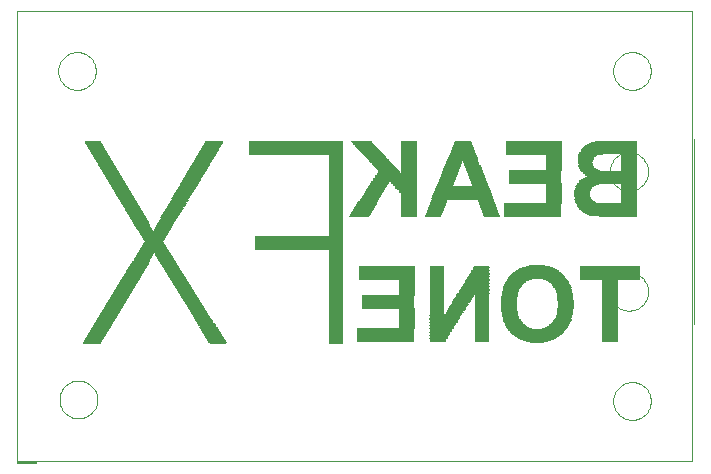
<source format=gbo>
From 4eb0e063bcd34c21b737023aa6ed5baed80658d1 Mon Sep 17 00:00:00 2001
From: jaseg <git@jaseg.de>
Date: Sun, 13 Jun 2021 15:00:17 +0200
Subject: Repo re-org, make gerberex tests run

---
 gerber/tests/resources/bottom_silk.GBO | 6007 --------------------------------
 1 file changed, 6007 deletions(-)
 delete mode 100644 gerber/tests/resources/bottom_silk.GBO

(limited to 'gerber/tests/resources/bottom_silk.GBO')

diff --git a/gerber/tests/resources/bottom_silk.GBO b/gerber/tests/resources/bottom_silk.GBO
deleted file mode 100644
index 0e19197..0000000
--- a/gerber/tests/resources/bottom_silk.GBO
+++ /dev/null
@@ -1,6007 +0,0 @@
-G75*
-%MOIN*%
-%OFA0B0*%
-%FSLAX24Y24*%
-%IPPOS*%
-%LPD*%
-%AMOC8*
-5,1,8,0,0,1.08239X$1,22.5*
-%
-%ADD10C,0.0000*%
-%ADD11R,0.0470X0.0010*%
-%ADD12R,0.0560X0.0010*%
-%ADD13R,0.0570X0.0010*%
-%ADD14R,0.0580X0.0010*%
-%ADD15R,0.0300X0.0010*%
-%ADD16R,0.0450X0.0010*%
-%ADD17R,0.0670X0.0010*%
-%ADD18R,0.0510X0.0010*%
-%ADD19R,0.0760X0.0010*%
-%ADD20R,0.0520X0.0010*%
-%ADD21R,0.1900X0.0010*%
-%ADD22R,0.0820X0.0010*%
-%ADD23R,0.0880X0.0010*%
-%ADD24R,0.0530X0.0010*%
-%ADD25R,0.0940X0.0010*%
-%ADD26R,0.1000X0.0010*%
-%ADD27R,0.0540X0.0010*%
-%ADD28R,0.1050X0.0010*%
-%ADD29R,0.0550X0.0010*%
-%ADD30R,0.1100X0.0010*%
-%ADD31R,0.1140X0.0010*%
-%ADD32R,0.1180X0.0010*%
-%ADD33R,0.1220X0.0010*%
-%ADD34R,0.1260X0.0010*%
-%ADD35R,0.1300X0.0010*%
-%ADD36R,0.1320X0.0010*%
-%ADD37R,0.0590X0.0010*%
-%ADD38R,0.1360X0.0010*%
-%ADD39R,0.0600X0.0010*%
-%ADD40R,0.1400X0.0010*%
-%ADD41R,0.1420X0.0010*%
-%ADD42R,0.0610X0.0010*%
-%ADD43R,0.1460X0.0010*%
-%ADD44R,0.1480X0.0010*%
-%ADD45R,0.0620X0.0010*%
-%ADD46R,0.1500X0.0010*%
-%ADD47R,0.0630X0.0010*%
-%ADD48R,0.1540X0.0010*%
-%ADD49R,0.1560X0.0010*%
-%ADD50R,0.0640X0.0010*%
-%ADD51R,0.1580X0.0010*%
-%ADD52R,0.0650X0.0010*%
-%ADD53R,0.1600X0.0010*%
-%ADD54R,0.1640X0.0010*%
-%ADD55R,0.0660X0.0010*%
-%ADD56R,0.1660X0.0010*%
-%ADD57R,0.1680X0.0010*%
-%ADD58R,0.1700X0.0010*%
-%ADD59R,0.0680X0.0010*%
-%ADD60R,0.1720X0.0010*%
-%ADD61R,0.1740X0.0010*%
-%ADD62R,0.0690X0.0010*%
-%ADD63R,0.1760X0.0010*%
-%ADD64R,0.1780X0.0010*%
-%ADD65R,0.0700X0.0010*%
-%ADD66R,0.1800X0.0010*%
-%ADD67R,0.0710X0.0010*%
-%ADD68R,0.1820X0.0010*%
-%ADD69R,0.0720X0.0010*%
-%ADD70R,0.1840X0.0010*%
-%ADD71R,0.0730X0.0010*%
-%ADD72R,0.1860X0.0010*%
-%ADD73R,0.1880X0.0010*%
-%ADD74R,0.0740X0.0010*%
-%ADD75R,0.1920X0.0010*%
-%ADD76R,0.0750X0.0010*%
-%ADD77R,0.1940X0.0010*%
-%ADD78R,0.0860X0.0010*%
-%ADD79R,0.0850X0.0010*%
-%ADD80R,0.0810X0.0010*%
-%ADD81R,0.0770X0.0010*%
-%ADD82R,0.0790X0.0010*%
-%ADD83R,0.0780X0.0010*%
-%ADD84R,0.0800X0.0010*%
-%ADD85R,0.0830X0.0010*%
-%ADD86R,0.0840X0.0010*%
-%ADD87R,0.0870X0.0010*%
-%ADD88R,0.0890X0.0010*%
-%ADD89R,0.0900X0.0010*%
-%ADD90R,0.0910X0.0010*%
-%ADD91R,0.0920X0.0010*%
-%ADD92R,0.0930X0.0010*%
-%ADD93R,0.0950X0.0010*%
-%ADD94R,0.0960X0.0010*%
-%ADD95R,0.0970X0.0010*%
-%ADD96R,0.0980X0.0010*%
-%ADD97R,0.0990X0.0010*%
-%ADD98R,0.1010X0.0010*%
-%ADD99R,0.1020X0.0010*%
-%ADD100R,0.1030X0.0010*%
-%ADD101R,0.1040X0.0010*%
-%ADD102R,0.0480X0.0010*%
-%ADD103R,0.1990X0.0010*%
-%ADD104R,0.1850X0.0010*%
-%ADD105R,0.1620X0.0010*%
-%ADD106R,0.1570X0.0010*%
-%ADD107R,0.1550X0.0010*%
-%ADD108R,0.1520X0.0010*%
-%ADD109R,0.1490X0.0010*%
-%ADD110R,0.1470X0.0010*%
-%ADD111R,0.1430X0.0010*%
-%ADD112R,0.1410X0.0010*%
-%ADD113R,0.1380X0.0010*%
-%ADD114R,0.1350X0.0010*%
-%ADD115R,0.1310X0.0010*%
-%ADD116R,0.1280X0.0010*%
-%ADD117R,0.1250X0.0010*%
-%ADD118R,0.1210X0.0010*%
-%ADD119R,0.1170X0.0010*%
-%ADD120R,0.1120X0.0010*%
-%ADD121R,0.1080X0.0010*%
-%ADD122R,0.0500X0.0010*%
-%ADD123R,0.0370X0.0010*%
-%ADD124R,0.0070X0.0010*%
-%ADD125R,0.2950X0.0010*%
-%ADD126R,0.0490X0.0010*%
-%ADD127R,0.1290X0.0010*%
-%ADD128R,0.1610X0.0010*%
-%ADD129R,0.1690X0.0010*%
-%ADD130R,0.1710X0.0010*%
-%ADD131R,0.1730X0.0010*%
-%ADD132R,0.1750X0.0010*%
-%ADD133R,0.1810X0.0010*%
-%ADD134R,0.1830X0.0010*%
-%ADD135R,0.1870X0.0010*%
-%ADD136R,0.1890X0.0010*%
-%ADD137R,0.1910X0.0010*%
-%ADD138R,0.1930X0.0010*%
-%ADD139R,0.1950X0.0010*%
-%ADD140R,0.1960X0.0010*%
-%ADD141R,0.1970X0.0010*%
-%ADD142R,0.1980X0.0010*%
-%ADD143R,0.2000X0.0010*%
-%ADD144R,0.2010X0.0010*%
-%ADD145R,0.2020X0.0010*%
-%ADD146R,0.2060X0.0010*%
-%ADD147R,0.2050X0.0010*%
-%ADD148R,0.2030X0.0010*%
-%ADD149R,0.1790X0.0010*%
-%ADD150R,0.1770X0.0010*%
-%ADD151R,0.1450X0.0010*%
-%ADD152R,0.1440X0.0010*%
-%ADD153R,0.1670X0.0010*%
-%ADD154R,0.1650X0.0010*%
-%ADD155R,0.1630X0.0010*%
-%ADD156R,0.1390X0.0010*%
-%ADD157R,0.1370X0.0010*%
-%ADD158R,0.3140X0.0010*%
-%ADD159R,0.1240X0.0010*%
-%ADD160C,0.0004*%
-D10*
-X000303Y003014D02*
-X000310Y003014D01*
-X000313Y003018D01*
-X000318Y003018D02*
-X000318Y003014D01*
-X000322Y003014D01*
-X000322Y003018D01*
-X000318Y003018D01*
-X000318Y003024D02*
-X000318Y003028D01*
-X000322Y003028D01*
-X000322Y003024D01*
-X000318Y003024D01*
-X000313Y003031D02*
-X000310Y003034D01*
-X000303Y003034D01*
-X000300Y003031D01*
-X000300Y003018D01*
-X000303Y003014D01*
-X000328Y003014D02*
-X000341Y003034D01*
-X000346Y003034D02*
-X000346Y003018D01*
-X000349Y003014D01*
-X000356Y003014D01*
-X000359Y003018D01*
-X000359Y003034D01*
-X000368Y003028D02*
-X000378Y003028D01*
-X000383Y003024D02*
-X000386Y003028D01*
-X000393Y003028D01*
-X000396Y003024D01*
-X000396Y003021D01*
-X000383Y003021D01*
-X000383Y003018D02*
-X000383Y003024D01*
-X000383Y003018D02*
-X000386Y003014D01*
-X000393Y003014D01*
-X000401Y003014D02*
-X000401Y003028D01*
-X000408Y003028D02*
-X000411Y003028D01*
-X000408Y003028D02*
-X000401Y003021D01*
-X000417Y003024D02*
-X000420Y003028D01*
-X000430Y003028D01*
-X000427Y003021D02*
-X000420Y003021D01*
-X000417Y003024D01*
-X000417Y003014D02*
-X000427Y003014D01*
-X000430Y003018D01*
-X000427Y003021D01*
-X000435Y003014D02*
-X000448Y003034D01*
-X000453Y003034D02*
-X000453Y003014D01*
-X000453Y003024D02*
-X000457Y003028D01*
-X000463Y003028D01*
-X000467Y003024D01*
-X000467Y003014D01*
-X000472Y003018D02*
-X000475Y003021D01*
-X000485Y003021D01*
-X000485Y003024D02*
-X000485Y003014D01*
-X000475Y003014D01*
-X000472Y003018D01*
-X000475Y003028D02*
-X000482Y003028D01*
-X000485Y003024D01*
-X000490Y003028D02*
-X000494Y003028D01*
-X000497Y003024D01*
-X000500Y003028D01*
-X000504Y003024D01*
-X000504Y003014D01*
-X000509Y003014D02*
-X000515Y003014D01*
-X000512Y003014D02*
-X000512Y003028D01*
-X000509Y003028D01*
-X000512Y003034D02*
-X000512Y003038D01*
-X000521Y003034D02*
-X000524Y003034D01*
-X000524Y003014D01*
-X000521Y003014D02*
-X000528Y003014D01*
-X000537Y003018D02*
-X000540Y003014D01*
-X000537Y003018D02*
-X000537Y003031D01*
-X000540Y003028D02*
-X000533Y003028D01*
-X000546Y003024D02*
-X000546Y003018D01*
-X000549Y003014D01*
-X000556Y003014D01*
-X000559Y003018D01*
-X000559Y003024D01*
-X000556Y003028D01*
-X000549Y003028D01*
-X000546Y003024D01*
-X000564Y003028D02*
-X000574Y003028D01*
-X000577Y003024D01*
-X000577Y003014D01*
-X000582Y003014D02*
-X000586Y003014D01*
-X000586Y003018D01*
-X000582Y003018D01*
-X000582Y003014D01*
-X000592Y003014D02*
-X000592Y003034D01*
-X000602Y003028D02*
-X000592Y003021D01*
-X000602Y003014D01*
-X000607Y003014D02*
-X000614Y003014D01*
-X000610Y003014D02*
-X000610Y003028D01*
-X000607Y003028D01*
-X000610Y003034D02*
-X000610Y003038D01*
-X000619Y003034D02*
-X000619Y003014D01*
-X000629Y003014D01*
-X000633Y003018D01*
-X000633Y003024D01*
-X000629Y003028D01*
-X000619Y003028D01*
-X000638Y003028D02*
-X000648Y003028D01*
-X000651Y003024D01*
-X000651Y003018D01*
-X000648Y003014D01*
-X000638Y003014D01*
-X000638Y003034D01*
-X000656Y003024D02*
-X000659Y003028D01*
-X000666Y003028D01*
-X000669Y003024D01*
-X000669Y003021D01*
-X000656Y003021D01*
-X000656Y003018D02*
-X000656Y003024D01*
-X000656Y003018D02*
-X000659Y003014D01*
-X000666Y003014D01*
-X000674Y003014D02*
-X000688Y003034D01*
-X000693Y003034D02*
-X000703Y003034D01*
-X000706Y003031D01*
-X000706Y003018D01*
-X000703Y003014D01*
-X000693Y003014D01*
-X000693Y003034D01*
-X000711Y003024D02*
-X000715Y003028D01*
-X000721Y003028D01*
-X000725Y003024D01*
-X000725Y003021D01*
-X000711Y003021D01*
-X000711Y003018D02*
-X000711Y003024D01*
-X000711Y003018D02*
-X000715Y003014D01*
-X000721Y003014D01*
-X000730Y003014D02*
-X000740Y003014D01*
-X000743Y003018D01*
-X000740Y003021D01*
-X000733Y003021D01*
-X000730Y003024D01*
-X000733Y003028D01*
-X000743Y003028D01*
-X000748Y003034D02*
-X000748Y003014D01*
-X000748Y003021D02*
-X000758Y003028D01*
-X000763Y003028D02*
-X000770Y003028D01*
-X000767Y003031D02*
-X000767Y003018D01*
-X000770Y003014D01*
-X000776Y003018D02*
-X000779Y003014D01*
-X000786Y003014D01*
-X000789Y003018D01*
-X000789Y003024D01*
-X000786Y003028D01*
-X000779Y003028D01*
-X000776Y003024D01*
-X000776Y003018D01*
-X000758Y003014D02*
-X000748Y003021D01*
-X000794Y003014D02*
-X000804Y003014D01*
-X000807Y003018D01*
-X000807Y003024D01*
-X000804Y003028D01*
-X000794Y003028D01*
-X000794Y003008D01*
-X000813Y003014D02*
-X000826Y003034D01*
-X000831Y003034D02*
-X000831Y003014D01*
-X000841Y003014D01*
-X000844Y003018D01*
-X000844Y003024D01*
-X000841Y003028D01*
-X000831Y003028D01*
-X000849Y003028D02*
-X000856Y003028D01*
-X000853Y003031D02*
-X000853Y003018D01*
-X000856Y003014D01*
-X000865Y003014D02*
-X000865Y003031D01*
-X000868Y003034D01*
-X000874Y003028D02*
-X000887Y003014D01*
-X000892Y003014D02*
-X000896Y003014D01*
-X000896Y003018D01*
-X000892Y003018D01*
-X000892Y003014D01*
-X000902Y003014D02*
-X000912Y003014D01*
-X000915Y003018D01*
-X000915Y003021D01*
-X000912Y003024D01*
-X000902Y003024D01*
-X000912Y003024D02*
-X000915Y003028D01*
-X000915Y003031D01*
-X000912Y003034D01*
-X000902Y003034D01*
-X000902Y003014D01*
-X000920Y003014D02*
-X000920Y003034D01*
-X000927Y003028D01*
-X000933Y003034D01*
-X000933Y003014D01*
-X000938Y003014D02*
-X000938Y003034D01*
-X000948Y003034D01*
-X000952Y003031D01*
-X000952Y003024D01*
-X000948Y003021D01*
-X000938Y003021D01*
-X000887Y003028D02*
-X000874Y003014D01*
-X000868Y003024D02*
-X000862Y003024D01*
-X000564Y003014D02*
-X000564Y003028D01*
-X000497Y003024D02*
-X000497Y003014D01*
-X000490Y003014D02*
-X000490Y003028D01*
-X000378Y003018D02*
-X000374Y003021D01*
-X000368Y003021D01*
-X000364Y003024D01*
-X000368Y003028D01*
-X000364Y003014D02*
-X000374Y003014D01*
-X000378Y003018D01*
-X000300Y003064D02*
-X000300Y018064D01*
-X022800Y018064D01*
-X022800Y003064D01*
-X000300Y003064D01*
-X001720Y005114D02*
-X001722Y005164D01*
-X001728Y005214D01*
-X001738Y005263D01*
-X001752Y005311D01*
-X001769Y005358D01*
-X001790Y005403D01*
-X001815Y005447D01*
-X001843Y005488D01*
-X001875Y005527D01*
-X001909Y005564D01*
-X001946Y005598D01*
-X001986Y005628D01*
-X002028Y005655D01*
-X002072Y005679D01*
-X002118Y005700D01*
-X002165Y005716D01*
-X002213Y005729D01*
-X002263Y005738D01*
-X002312Y005743D01*
-X002363Y005744D01*
-X002413Y005741D01*
-X002462Y005734D01*
-X002511Y005723D01*
-X002559Y005708D01*
-X002605Y005690D01*
-X002650Y005668D01*
-X002693Y005642D01*
-X002734Y005613D01*
-X002773Y005581D01*
-X002809Y005546D01*
-X002841Y005508D01*
-X002871Y005468D01*
-X002898Y005425D01*
-X002921Y005381D01*
-X002940Y005335D01*
-X002956Y005287D01*
-X002968Y005238D01*
-X002976Y005189D01*
-X002980Y005139D01*
-X002980Y005089D01*
-X002976Y005039D01*
-X002968Y004990D01*
-X002956Y004941D01*
-X002940Y004893D01*
-X002921Y004847D01*
-X002898Y004803D01*
-X002871Y004760D01*
-X002841Y004720D01*
-X002809Y004682D01*
-X002773Y004647D01*
-X002734Y004615D01*
-X002693Y004586D01*
-X002650Y004560D01*
-X002605Y004538D01*
-X002559Y004520D01*
-X002511Y004505D01*
-X002462Y004494D01*
-X002413Y004487D01*
-X002363Y004484D01*
-X002312Y004485D01*
-X002263Y004490D01*
-X002213Y004499D01*
-X002165Y004512D01*
-X002118Y004528D01*
-X002072Y004549D01*
-X002028Y004573D01*
-X001986Y004600D01*
-X001946Y004630D01*
-X001909Y004664D01*
-X001875Y004701D01*
-X001843Y004740D01*
-X001815Y004781D01*
-X001790Y004825D01*
-X001769Y004870D01*
-X001752Y004917D01*
-X001738Y004965D01*
-X001728Y005014D01*
-X001722Y005064D01*
-X001720Y005114D01*
-X001670Y016064D02*
-X001672Y016114D01*
-X001678Y016164D01*
-X001688Y016213D01*
-X001702Y016261D01*
-X001719Y016308D01*
-X001740Y016353D01*
-X001765Y016397D01*
-X001793Y016438D01*
-X001825Y016477D01*
-X001859Y016514D01*
-X001896Y016548D01*
-X001936Y016578D01*
-X001978Y016605D01*
-X002022Y016629D01*
-X002068Y016650D01*
-X002115Y016666D01*
-X002163Y016679D01*
-X002213Y016688D01*
-X002262Y016693D01*
-X002313Y016694D01*
-X002363Y016691D01*
-X002412Y016684D01*
-X002461Y016673D01*
-X002509Y016658D01*
-X002555Y016640D01*
-X002600Y016618D01*
-X002643Y016592D01*
-X002684Y016563D01*
-X002723Y016531D01*
-X002759Y016496D01*
-X002791Y016458D01*
-X002821Y016418D01*
-X002848Y016375D01*
-X002871Y016331D01*
-X002890Y016285D01*
-X002906Y016237D01*
-X002918Y016188D01*
-X002926Y016139D01*
-X002930Y016089D01*
-X002930Y016039D01*
-X002926Y015989D01*
-X002918Y015940D01*
-X002906Y015891D01*
-X002890Y015843D01*
-X002871Y015797D01*
-X002848Y015753D01*
-X002821Y015710D01*
-X002791Y015670D01*
-X002759Y015632D01*
-X002723Y015597D01*
-X002684Y015565D01*
-X002643Y015536D01*
-X002600Y015510D01*
-X002555Y015488D01*
-X002509Y015470D01*
-X002461Y015455D01*
-X002412Y015444D01*
-X002363Y015437D01*
-X002313Y015434D01*
-X002262Y015435D01*
-X002213Y015440D01*
-X002163Y015449D01*
-X002115Y015462D01*
-X002068Y015478D01*
-X002022Y015499D01*
-X001978Y015523D01*
-X001936Y015550D01*
-X001896Y015580D01*
-X001859Y015614D01*
-X001825Y015651D01*
-X001793Y015690D01*
-X001765Y015731D01*
-X001740Y015775D01*
-X001719Y015820D01*
-X001702Y015867D01*
-X001688Y015915D01*
-X001678Y015964D01*
-X001672Y016014D01*
-X001670Y016064D01*
-X020060Y012714D02*
-X020062Y012764D01*
-X020068Y012814D01*
-X020078Y012863D01*
-X020091Y012912D01*
-X020109Y012959D01*
-X020130Y013005D01*
-X020154Y013048D01*
-X020182Y013090D01*
-X020213Y013130D01*
-X020247Y013167D01*
-X020284Y013201D01*
-X020324Y013232D01*
-X020366Y013260D01*
-X020409Y013284D01*
-X020455Y013305D01*
-X020502Y013323D01*
-X020551Y013336D01*
-X020600Y013346D01*
-X020650Y013352D01*
-X020700Y013354D01*
-X020750Y013352D01*
-X020800Y013346D01*
-X020849Y013336D01*
-X020898Y013323D01*
-X020945Y013305D01*
-X020991Y013284D01*
-X021034Y013260D01*
-X021076Y013232D01*
-X021116Y013201D01*
-X021153Y013167D01*
-X021187Y013130D01*
-X021218Y013090D01*
-X021246Y013048D01*
-X021270Y013005D01*
-X021291Y012959D01*
-X021309Y012912D01*
-X021322Y012863D01*
-X021332Y012814D01*
-X021338Y012764D01*
-X021340Y012714D01*
-X021338Y012664D01*
-X021332Y012614D01*
-X021322Y012565D01*
-X021309Y012516D01*
-X021291Y012469D01*
-X021270Y012423D01*
-X021246Y012380D01*
-X021218Y012338D01*
-X021187Y012298D01*
-X021153Y012261D01*
-X021116Y012227D01*
-X021076Y012196D01*
-X021034Y012168D01*
-X020991Y012144D01*
-X020945Y012123D01*
-X020898Y012105D01*
-X020849Y012092D01*
-X020800Y012082D01*
-X020750Y012076D01*
-X020700Y012074D01*
-X020650Y012076D01*
-X020600Y012082D01*
-X020551Y012092D01*
-X020502Y012105D01*
-X020455Y012123D01*
-X020409Y012144D01*
-X020366Y012168D01*
-X020324Y012196D01*
-X020284Y012227D01*
-X020247Y012261D01*
-X020213Y012298D01*
-X020182Y012338D01*
-X020154Y012380D01*
-X020130Y012423D01*
-X020109Y012469D01*
-X020091Y012516D01*
-X020078Y012565D01*
-X020068Y012614D01*
-X020062Y012664D01*
-X020060Y012714D01*
-X020170Y016064D02*
-X020172Y016114D01*
-X020178Y016164D01*
-X020188Y016213D01*
-X020202Y016261D01*
-X020219Y016308D01*
-X020240Y016353D01*
-X020265Y016397D01*
-X020293Y016438D01*
-X020325Y016477D01*
-X020359Y016514D01*
-X020396Y016548D01*
-X020436Y016578D01*
-X020478Y016605D01*
-X020522Y016629D01*
-X020568Y016650D01*
-X020615Y016666D01*
-X020663Y016679D01*
-X020713Y016688D01*
-X020762Y016693D01*
-X020813Y016694D01*
-X020863Y016691D01*
-X020912Y016684D01*
-X020961Y016673D01*
-X021009Y016658D01*
-X021055Y016640D01*
-X021100Y016618D01*
-X021143Y016592D01*
-X021184Y016563D01*
-X021223Y016531D01*
-X021259Y016496D01*
-X021291Y016458D01*
-X021321Y016418D01*
-X021348Y016375D01*
-X021371Y016331D01*
-X021390Y016285D01*
-X021406Y016237D01*
-X021418Y016188D01*
-X021426Y016139D01*
-X021430Y016089D01*
-X021430Y016039D01*
-X021426Y015989D01*
-X021418Y015940D01*
-X021406Y015891D01*
-X021390Y015843D01*
-X021371Y015797D01*
-X021348Y015753D01*
-X021321Y015710D01*
-X021291Y015670D01*
-X021259Y015632D01*
-X021223Y015597D01*
-X021184Y015565D01*
-X021143Y015536D01*
-X021100Y015510D01*
-X021055Y015488D01*
-X021009Y015470D01*
-X020961Y015455D01*
-X020912Y015444D01*
-X020863Y015437D01*
-X020813Y015434D01*
-X020762Y015435D01*
-X020713Y015440D01*
-X020663Y015449D01*
-X020615Y015462D01*
-X020568Y015478D01*
-X020522Y015499D01*
-X020478Y015523D01*
-X020436Y015550D01*
-X020396Y015580D01*
-X020359Y015614D01*
-X020325Y015651D01*
-X020293Y015690D01*
-X020265Y015731D01*
-X020240Y015775D01*
-X020219Y015820D01*
-X020202Y015867D01*
-X020188Y015915D01*
-X020178Y015964D01*
-X020172Y016014D01*
-X020170Y016064D01*
-X020060Y008714D02*
-X020062Y008764D01*
-X020068Y008814D01*
-X020078Y008863D01*
-X020091Y008912D01*
-X020109Y008959D01*
-X020130Y009005D01*
-X020154Y009048D01*
-X020182Y009090D01*
-X020213Y009130D01*
-X020247Y009167D01*
-X020284Y009201D01*
-X020324Y009232D01*
-X020366Y009260D01*
-X020409Y009284D01*
-X020455Y009305D01*
-X020502Y009323D01*
-X020551Y009336D01*
-X020600Y009346D01*
-X020650Y009352D01*
-X020700Y009354D01*
-X020750Y009352D01*
-X020800Y009346D01*
-X020849Y009336D01*
-X020898Y009323D01*
-X020945Y009305D01*
-X020991Y009284D01*
-X021034Y009260D01*
-X021076Y009232D01*
-X021116Y009201D01*
-X021153Y009167D01*
-X021187Y009130D01*
-X021218Y009090D01*
-X021246Y009048D01*
-X021270Y009005D01*
-X021291Y008959D01*
-X021309Y008912D01*
-X021322Y008863D01*
-X021332Y008814D01*
-X021338Y008764D01*
-X021340Y008714D01*
-X021338Y008664D01*
-X021332Y008614D01*
-X021322Y008565D01*
-X021309Y008516D01*
-X021291Y008469D01*
-X021270Y008423D01*
-X021246Y008380D01*
-X021218Y008338D01*
-X021187Y008298D01*
-X021153Y008261D01*
-X021116Y008227D01*
-X021076Y008196D01*
-X021034Y008168D01*
-X020991Y008144D01*
-X020945Y008123D01*
-X020898Y008105D01*
-X020849Y008092D01*
-X020800Y008082D01*
-X020750Y008076D01*
-X020700Y008074D01*
-X020650Y008076D01*
-X020600Y008082D01*
-X020551Y008092D01*
-X020502Y008105D01*
-X020455Y008123D01*
-X020409Y008144D01*
-X020366Y008168D01*
-X020324Y008196D01*
-X020284Y008227D01*
-X020247Y008261D01*
-X020213Y008298D01*
-X020182Y008338D01*
-X020154Y008380D01*
-X020130Y008423D01*
-X020109Y008469D01*
-X020091Y008516D01*
-X020078Y008565D01*
-X020068Y008614D01*
-X020062Y008664D01*
-X020060Y008714D01*
-X020170Y005064D02*
-X020172Y005114D01*
-X020178Y005164D01*
-X020188Y005213D01*
-X020202Y005261D01*
-X020219Y005308D01*
-X020240Y005353D01*
-X020265Y005397D01*
-X020293Y005438D01*
-X020325Y005477D01*
-X020359Y005514D01*
-X020396Y005548D01*
-X020436Y005578D01*
-X020478Y005605D01*
-X020522Y005629D01*
-X020568Y005650D01*
-X020615Y005666D01*
-X020663Y005679D01*
-X020713Y005688D01*
-X020762Y005693D01*
-X020813Y005694D01*
-X020863Y005691D01*
-X020912Y005684D01*
-X020961Y005673D01*
-X021009Y005658D01*
-X021055Y005640D01*
-X021100Y005618D01*
-X021143Y005592D01*
-X021184Y005563D01*
-X021223Y005531D01*
-X021259Y005496D01*
-X021291Y005458D01*
-X021321Y005418D01*
-X021348Y005375D01*
-X021371Y005331D01*
-X021390Y005285D01*
-X021406Y005237D01*
-X021418Y005188D01*
-X021426Y005139D01*
-X021430Y005089D01*
-X021430Y005039D01*
-X021426Y004989D01*
-X021418Y004940D01*
-X021406Y004891D01*
-X021390Y004843D01*
-X021371Y004797D01*
-X021348Y004753D01*
-X021321Y004710D01*
-X021291Y004670D01*
-X021259Y004632D01*
-X021223Y004597D01*
-X021184Y004565D01*
-X021143Y004536D01*
-X021100Y004510D01*
-X021055Y004488D01*
-X021009Y004470D01*
-X020961Y004455D01*
-X020912Y004444D01*
-X020863Y004437D01*
-X020813Y004434D01*
-X020762Y004435D01*
-X020713Y004440D01*
-X020663Y004449D01*
-X020615Y004462D01*
-X020568Y004478D01*
-X020522Y004499D01*
-X020478Y004523D01*
-X020436Y004550D01*
-X020396Y004580D01*
-X020359Y004614D01*
-X020325Y004651D01*
-X020293Y004690D01*
-X020265Y004731D01*
-X020240Y004775D01*
-X020219Y004820D01*
-X020202Y004867D01*
-X020188Y004915D01*
-X020178Y004964D01*
-X020172Y005014D01*
-X020170Y005064D01*
-D11*
-X015810Y007044D03*
-X015810Y007054D03*
-X015810Y007064D03*
-X015810Y007074D03*
-X015810Y007084D03*
-X015810Y007094D03*
-X015810Y007104D03*
-X015810Y007114D03*
-X015810Y007124D03*
-X015810Y007134D03*
-X015810Y007144D03*
-X015810Y007154D03*
-X015810Y007164D03*
-X015810Y007174D03*
-X015810Y007184D03*
-X015810Y007194D03*
-X015810Y007204D03*
-X015810Y007214D03*
-X015810Y007224D03*
-X015810Y007234D03*
-X015810Y007244D03*
-X015810Y007254D03*
-X015810Y007264D03*
-X015810Y007274D03*
-X015810Y007284D03*
-X015810Y007294D03*
-X015810Y007304D03*
-X015810Y007314D03*
-X015810Y007324D03*
-X015810Y007334D03*
-X015810Y007344D03*
-X015810Y007354D03*
-X015810Y007364D03*
-X015810Y007374D03*
-X015810Y007384D03*
-X015810Y007394D03*
-X015810Y007404D03*
-X015810Y007414D03*
-X015810Y007424D03*
-X015810Y007434D03*
-X015810Y007444D03*
-X015810Y007454D03*
-X015810Y007464D03*
-X015810Y007474D03*
-X015810Y007484D03*
-X015810Y007494D03*
-X015810Y007504D03*
-X015810Y007514D03*
-X015810Y007524D03*
-X015810Y007534D03*
-X015810Y007544D03*
-X015810Y007554D03*
-X015810Y007564D03*
-X015810Y007574D03*
-X015810Y007584D03*
-X015810Y007594D03*
-X015810Y007604D03*
-X015810Y007614D03*
-X015810Y007624D03*
-X015810Y007634D03*
-X015810Y007644D03*
-X015810Y007654D03*
-X015810Y007664D03*
-X015810Y007674D03*
-X015810Y007684D03*
-X015810Y007694D03*
-X015810Y007704D03*
-X015810Y007714D03*
-X015810Y007724D03*
-X015810Y007734D03*
-X015810Y007744D03*
-X015810Y007754D03*
-X015810Y007764D03*
-X015810Y007774D03*
-X015810Y007784D03*
-X015810Y007794D03*
-X015810Y007804D03*
-X015810Y007814D03*
-X015810Y007824D03*
-X015810Y007834D03*
-X015810Y007844D03*
-X015810Y007854D03*
-X015810Y007864D03*
-X015810Y007874D03*
-X015810Y007884D03*
-X015810Y007894D03*
-X015810Y007904D03*
-X015810Y007914D03*
-X015810Y007924D03*
-X015810Y007934D03*
-X015810Y007944D03*
-X015810Y007954D03*
-X015810Y007964D03*
-X015810Y007974D03*
-X015810Y007984D03*
-X015810Y007994D03*
-X015810Y008004D03*
-X015810Y008014D03*
-X015810Y008024D03*
-X015810Y008034D03*
-X015810Y008044D03*
-X015810Y008054D03*
-X015810Y008064D03*
-X015810Y008074D03*
-X015810Y008084D03*
-X015810Y008094D03*
-X015810Y008104D03*
-X015810Y008114D03*
-X015810Y008124D03*
-X015810Y008134D03*
-X015810Y008144D03*
-X015810Y008154D03*
-X015810Y008164D03*
-X015810Y008174D03*
-X015810Y008184D03*
-X015810Y008194D03*
-X015810Y008204D03*
-X015810Y008214D03*
-X015810Y008224D03*
-X015810Y008234D03*
-X015810Y008244D03*
-X015810Y008254D03*
-X015810Y008264D03*
-X015810Y008274D03*
-X015810Y008284D03*
-X015810Y008294D03*
-X015810Y008304D03*
-X015810Y008314D03*
-X015810Y008324D03*
-X015810Y008334D03*
-X015810Y008344D03*
-X015810Y008354D03*
-X015810Y008364D03*
-X015810Y008374D03*
-X015810Y008384D03*
-X015810Y008394D03*
-X015810Y008404D03*
-X015810Y008414D03*
-X015810Y008424D03*
-X015810Y008434D03*
-X015810Y008444D03*
-X015810Y008454D03*
-X015810Y008464D03*
-X015810Y008474D03*
-X015810Y008484D03*
-X015810Y008494D03*
-X015810Y008504D03*
-X015810Y008514D03*
-X015810Y008524D03*
-X015810Y008534D03*
-X015810Y008544D03*
-X015810Y008554D03*
-X015810Y008564D03*
-X015810Y008574D03*
-X015810Y008584D03*
-X015810Y008594D03*
-X015810Y008604D03*
-X015810Y008614D03*
-X015810Y008624D03*
-X015810Y008634D03*
-X010930Y008634D03*
-X010930Y008624D03*
-X010930Y008614D03*
-X010930Y008604D03*
-X010930Y008594D03*
-X010930Y008584D03*
-X010930Y008574D03*
-X010930Y008564D03*
-X010930Y008554D03*
-X010930Y008544D03*
-X010930Y008534D03*
-X010930Y008524D03*
-X010930Y008514D03*
-X010930Y008504D03*
-X010930Y008494D03*
-X010930Y008484D03*
-X010930Y008474D03*
-X010930Y008464D03*
-X010930Y008454D03*
-X010930Y008444D03*
-X010930Y008434D03*
-X010930Y008424D03*
-X010930Y008414D03*
-X010930Y008404D03*
-X010930Y008394D03*
-X010930Y008384D03*
-X010930Y008374D03*
-X010930Y008364D03*
-X010930Y008354D03*
-X010930Y008344D03*
-X010930Y008334D03*
-X010930Y008324D03*
-X010930Y008314D03*
-X010930Y008304D03*
-X010930Y008294D03*
-X010930Y008284D03*
-X010930Y008274D03*
-X010930Y008264D03*
-X010930Y008254D03*
-X010930Y008244D03*
-X010930Y008234D03*
-X010930Y008224D03*
-X010930Y008214D03*
-X010930Y008204D03*
-X010930Y008194D03*
-X010930Y008184D03*
-X010930Y008174D03*
-X010930Y008164D03*
-X010930Y008154D03*
-X010930Y008144D03*
-X010930Y008134D03*
-X010930Y008124D03*
-X010930Y008114D03*
-X010930Y008104D03*
-X010930Y008094D03*
-X010930Y008084D03*
-X010930Y008074D03*
-X010930Y008064D03*
-X010930Y008054D03*
-X010930Y008044D03*
-X010930Y008034D03*
-X010930Y008024D03*
-X010930Y008014D03*
-X010930Y008004D03*
-X010930Y007994D03*
-X010930Y007984D03*
-X010930Y007974D03*
-X010930Y007964D03*
-X010930Y007954D03*
-X010930Y007944D03*
-X010930Y007934D03*
-X010930Y007924D03*
-X010930Y007914D03*
-X010930Y007904D03*
-X010930Y007894D03*
-X010930Y007884D03*
-X010930Y007874D03*
-X010930Y007864D03*
-X010930Y007854D03*
-X010930Y007844D03*
-X010930Y007834D03*
-X010930Y007824D03*
-X010930Y007814D03*
-X010930Y007804D03*
-X010930Y007794D03*
-X010930Y007784D03*
-X010930Y007774D03*
-X010930Y007764D03*
-X010930Y007754D03*
-X010930Y007744D03*
-X010930Y007734D03*
-X010930Y007724D03*
-X010930Y007714D03*
-X010930Y007704D03*
-X010930Y007694D03*
-X010930Y007684D03*
-X010930Y007674D03*
-X010930Y007664D03*
-X010930Y007654D03*
-X010930Y007644D03*
-X010930Y007634D03*
-X010930Y007624D03*
-X010930Y007614D03*
-X010930Y007604D03*
-X010930Y007594D03*
-X010930Y007584D03*
-X010930Y007574D03*
-X010930Y007564D03*
-X010930Y007554D03*
-X010930Y007544D03*
-X010930Y007534D03*
-X010930Y007524D03*
-X010930Y007514D03*
-X010930Y007504D03*
-X010930Y007494D03*
-X010930Y007484D03*
-X010930Y007474D03*
-X010930Y007464D03*
-X010930Y007454D03*
-X010930Y007444D03*
-X010930Y007434D03*
-X010930Y007424D03*
-X010930Y007414D03*
-X010930Y007404D03*
-X010930Y007394D03*
-X010930Y007384D03*
-X010930Y007374D03*
-X010930Y007364D03*
-X010930Y007354D03*
-X010930Y007344D03*
-X010930Y007334D03*
-X010930Y007324D03*
-X010930Y007314D03*
-X010930Y007304D03*
-X010930Y007294D03*
-X010930Y007284D03*
-X010930Y007274D03*
-X010930Y007264D03*
-X010930Y007254D03*
-X010930Y007244D03*
-X010930Y007234D03*
-X010930Y007224D03*
-X010930Y007214D03*
-X010930Y007204D03*
-X010930Y007194D03*
-X010930Y007184D03*
-X010930Y007174D03*
-X010930Y007164D03*
-X010930Y007154D03*
-X010930Y007144D03*
-X010930Y007134D03*
-X010930Y007124D03*
-X010930Y007114D03*
-X010930Y007104D03*
-X010930Y007094D03*
-X010930Y007084D03*
-X010930Y007074D03*
-X010930Y007064D03*
-X010930Y007054D03*
-X010930Y007044D03*
-X010930Y007034D03*
-X010930Y007024D03*
-X010930Y007014D03*
-X010930Y007004D03*
-X010930Y006994D03*
-X010930Y006984D03*
-X010930Y006974D03*
-X010930Y008644D03*
-X010930Y008654D03*
-X010930Y008664D03*
-X010930Y008674D03*
-X010930Y008684D03*
-X010930Y008694D03*
-X010930Y008704D03*
-X010930Y008714D03*
-X010930Y008724D03*
-X010930Y008734D03*
-X010930Y008744D03*
-X010930Y008754D03*
-X010930Y008764D03*
-X010930Y008774D03*
-X010930Y008784D03*
-X010930Y008794D03*
-X010930Y008804D03*
-X010930Y008814D03*
-X010930Y008824D03*
-X010930Y008834D03*
-X010930Y008844D03*
-X010930Y008854D03*
-X010930Y008864D03*
-X010930Y008874D03*
-X010930Y008884D03*
-X010930Y008894D03*
-X010930Y008904D03*
-X010930Y008914D03*
-X010930Y008924D03*
-X010930Y008934D03*
-X010930Y008944D03*
-X010930Y008954D03*
-X010930Y008964D03*
-X010930Y008974D03*
-X010930Y008984D03*
-X010930Y008994D03*
-X010930Y009004D03*
-X010930Y009014D03*
-X010930Y009024D03*
-X010930Y009034D03*
-X010930Y009044D03*
-X010930Y009054D03*
-X010930Y009064D03*
-X010930Y009074D03*
-X010930Y009084D03*
-X010930Y009094D03*
-X010930Y009104D03*
-X010930Y009114D03*
-X010930Y009124D03*
-X010930Y009134D03*
-X010930Y009144D03*
-X010930Y009154D03*
-X010930Y009164D03*
-X010930Y009174D03*
-X010930Y009184D03*
-X010930Y009194D03*
-X010930Y009204D03*
-X010930Y009214D03*
-X010930Y009224D03*
-X010930Y009234D03*
-X010930Y009244D03*
-X010930Y009254D03*
-X010930Y009264D03*
-X010930Y009274D03*
-X010930Y009284D03*
-X010930Y009294D03*
-X010930Y009304D03*
-X010930Y009314D03*
-X010930Y009324D03*
-X010930Y009334D03*
-X010930Y009344D03*
-X010930Y009354D03*
-X010930Y009364D03*
-X010930Y009374D03*
-X010930Y009384D03*
-X010930Y009394D03*
-X010930Y009404D03*
-X010930Y009414D03*
-X010930Y009424D03*
-X010930Y009434D03*
-X010930Y009444D03*
-X010930Y009454D03*
-X010930Y009464D03*
-X010930Y009474D03*
-X010930Y009484D03*
-X010930Y009494D03*
-X010930Y009504D03*
-X010930Y009514D03*
-X010930Y009524D03*
-X010930Y009534D03*
-X010930Y009544D03*
-X010930Y009554D03*
-X010930Y009564D03*
-X010930Y009574D03*
-X010930Y009584D03*
-X010930Y009594D03*
-X010930Y009604D03*
-X010930Y009614D03*
-X010930Y009624D03*
-X010930Y009634D03*
-X010930Y009644D03*
-X010930Y009654D03*
-X010930Y009664D03*
-X010930Y009674D03*
-X010930Y009684D03*
-X010930Y009694D03*
-X010930Y009704D03*
-X010930Y009714D03*
-X010930Y009724D03*
-X010930Y009734D03*
-X010930Y009744D03*
-X010930Y009754D03*
-X010930Y009764D03*
-X010930Y009774D03*
-X010930Y009784D03*
-X010930Y009794D03*
-X010930Y009804D03*
-X010930Y009814D03*
-X010930Y009824D03*
-X010930Y009834D03*
-X010930Y009844D03*
-X010930Y009854D03*
-X010930Y009864D03*
-X010930Y009874D03*
-X010930Y009884D03*
-X010930Y009894D03*
-X010930Y009904D03*
-X010930Y009914D03*
-X010930Y009924D03*
-X010930Y009934D03*
-X010930Y009944D03*
-X010930Y009954D03*
-X010930Y009964D03*
-X010930Y009974D03*
-X010930Y009984D03*
-X010930Y009994D03*
-X010930Y010004D03*
-X010930Y010014D03*
-X010930Y010024D03*
-X010930Y010034D03*
-X010930Y010044D03*
-X010930Y010054D03*
-X010930Y010064D03*
-X010930Y010074D03*
-X010930Y010084D03*
-X010930Y010094D03*
-X010930Y010534D03*
-X010930Y010544D03*
-X010930Y010554D03*
-X010930Y010564D03*
-X010930Y010574D03*
-X010930Y010584D03*
-X010930Y010594D03*
-X010930Y010604D03*
-X010930Y010614D03*
-X010930Y010624D03*
-X010930Y010634D03*
-X010930Y010644D03*
-X010930Y010654D03*
-X010930Y010664D03*
-X010930Y010674D03*
-X010930Y010684D03*
-X010930Y010694D03*
-X010930Y010704D03*
-X010930Y010714D03*
-X010930Y010724D03*
-X010930Y010734D03*
-X010930Y010744D03*
-X010930Y010754D03*
-X010930Y010764D03*
-X010930Y010774D03*
-X010930Y010784D03*
-X010930Y010794D03*
-X010930Y010804D03*
-X010930Y010814D03*
-X010930Y010824D03*
-X010930Y010834D03*
-X010930Y010844D03*
-X010930Y010854D03*
-X010930Y010864D03*
-X010930Y010874D03*
-X010930Y010884D03*
-X010930Y010894D03*
-X010930Y010904D03*
-X010930Y010914D03*
-X010930Y010924D03*
-X010930Y010934D03*
-X010930Y010944D03*
-X010930Y010954D03*
-X010930Y010964D03*
-X010930Y010974D03*
-X010930Y010984D03*
-X010930Y010994D03*
-X010930Y011004D03*
-X010930Y011014D03*
-X010930Y011024D03*
-X010930Y011034D03*
-X010930Y011044D03*
-X010930Y011054D03*
-X010930Y011064D03*
-X010930Y011074D03*
-X010930Y011084D03*
-X010930Y011094D03*
-X010930Y011104D03*
-X010930Y011114D03*
-X010930Y011124D03*
-X010930Y011134D03*
-X010930Y011144D03*
-X010930Y011154D03*
-X010930Y011164D03*
-X010930Y011174D03*
-X010930Y011184D03*
-X010930Y011194D03*
-X010930Y011204D03*
-X010930Y011214D03*
-X010930Y011224D03*
-X010930Y011234D03*
-X010930Y011244D03*
-X010930Y011254D03*
-X010930Y011264D03*
-X010930Y011274D03*
-X010930Y011284D03*
-X010930Y011294D03*
-X010930Y011304D03*
-X010930Y011314D03*
-X010930Y011324D03*
-X010930Y011334D03*
-X010930Y011344D03*
-X010930Y011354D03*
-X010930Y011364D03*
-X010930Y011374D03*
-X010930Y011384D03*
-X010930Y011394D03*
-X010930Y011404D03*
-X010930Y011414D03*
-X010930Y011424D03*
-X010930Y011434D03*
-X010930Y011444D03*
-X010930Y011454D03*
-X010930Y011464D03*
-X010930Y011474D03*
-X010930Y011484D03*
-X010930Y011494D03*
-X010930Y011504D03*
-X010930Y011514D03*
-X010930Y011524D03*
-X010930Y011534D03*
-X010930Y011544D03*
-X010930Y011554D03*
-X010930Y011564D03*
-X010930Y011574D03*
-X010930Y011584D03*
-X010930Y011594D03*
-X010930Y011604D03*
-X010930Y011614D03*
-X010930Y011624D03*
-X010930Y011634D03*
-X010930Y011644D03*
-X010930Y011654D03*
-X010930Y011664D03*
-X010930Y011674D03*
-X010930Y011684D03*
-X010930Y011694D03*
-X010930Y011704D03*
-X010930Y011714D03*
-X010930Y011724D03*
-X010930Y011734D03*
-X010930Y011744D03*
-X010930Y011754D03*
-X010930Y011764D03*
-X010930Y011774D03*
-X010930Y011784D03*
-X010930Y011794D03*
-X010930Y011804D03*
-X010930Y011814D03*
-X010930Y011824D03*
-X010930Y011834D03*
-X010930Y011844D03*
-X010930Y011854D03*
-X010930Y011864D03*
-X010930Y011874D03*
-X010930Y011884D03*
-X010930Y011894D03*
-X010930Y011904D03*
-X010930Y011914D03*
-X010930Y011924D03*
-X010930Y011934D03*
-X010930Y011944D03*
-X010930Y011954D03*
-X010930Y011964D03*
-X010930Y011974D03*
-X010930Y011984D03*
-X010930Y011994D03*
-X010930Y012004D03*
-X010930Y012014D03*
-X010930Y012024D03*
-X010930Y012034D03*
-X010930Y012044D03*
-X010930Y012054D03*
-X010930Y012064D03*
-X010930Y012074D03*
-X010930Y012084D03*
-X010930Y012094D03*
-X010930Y012104D03*
-X010930Y012114D03*
-X010930Y012124D03*
-X010930Y012134D03*
-X010930Y012144D03*
-X010930Y012154D03*
-X010930Y012164D03*
-X010930Y012174D03*
-X010930Y012184D03*
-X010930Y012194D03*
-X010930Y012204D03*
-X010930Y012214D03*
-X010930Y012224D03*
-X010930Y012234D03*
-X010930Y012244D03*
-X010930Y012254D03*
-X010930Y012264D03*
-X010930Y012274D03*
-X010930Y012284D03*
-X010930Y012294D03*
-X010930Y012304D03*
-X010930Y012314D03*
-X010930Y012324D03*
-X010930Y012334D03*
-X010930Y012344D03*
-X010930Y012354D03*
-X010930Y012364D03*
-X010930Y012374D03*
-X010930Y012384D03*
-X010930Y012394D03*
-X010930Y012404D03*
-X010930Y012414D03*
-X010930Y012424D03*
-X010930Y012434D03*
-X010930Y012444D03*
-X010930Y012454D03*
-X010930Y012464D03*
-X010930Y012474D03*
-X010930Y012484D03*
-X010930Y012494D03*
-X010930Y012504D03*
-X010930Y012514D03*
-X010930Y012524D03*
-X010930Y012534D03*
-X010930Y012544D03*
-X010930Y012554D03*
-X010930Y012564D03*
-X010930Y012574D03*
-X010930Y012584D03*
-X010930Y012594D03*
-X010930Y012604D03*
-X010930Y012614D03*
-X010930Y012624D03*
-X010930Y012634D03*
-X010930Y012644D03*
-X010930Y012654D03*
-X010930Y012664D03*
-X010930Y012674D03*
-X010930Y012684D03*
-X010930Y012694D03*
-X010930Y012704D03*
-X010930Y012714D03*
-X010930Y012724D03*
-X010930Y012734D03*
-X010930Y012744D03*
-X010930Y012754D03*
-X010930Y012764D03*
-X010930Y012774D03*
-X010930Y012784D03*
-X010930Y012794D03*
-X010930Y012804D03*
-X010930Y012814D03*
-X010930Y012824D03*
-X010930Y012834D03*
-X010930Y012844D03*
-X010930Y012854D03*
-X010930Y012864D03*
-X010930Y012874D03*
-X010930Y012884D03*
-X010930Y012894D03*
-X010930Y012904D03*
-X010930Y012914D03*
-X010930Y012924D03*
-X010930Y012934D03*
-X010930Y012944D03*
-X010930Y012954D03*
-X010930Y012964D03*
-X010930Y012974D03*
-X010930Y012984D03*
-X010930Y012994D03*
-X010930Y013004D03*
-X010930Y013014D03*
-X010930Y013024D03*
-X010930Y013034D03*
-X010930Y013044D03*
-X010930Y013054D03*
-X010930Y013064D03*
-X010930Y013074D03*
-X010930Y013084D03*
-X010930Y013094D03*
-X010930Y013104D03*
-X010930Y013114D03*
-X010930Y013124D03*
-X010930Y013134D03*
-X010930Y013144D03*
-X010930Y013154D03*
-X010930Y013164D03*
-X010930Y013174D03*
-X010930Y013184D03*
-X010930Y013194D03*
-X010930Y013204D03*
-X010930Y013214D03*
-X010930Y013224D03*
-X010930Y013234D03*
-X010930Y013244D03*
-X010930Y013254D03*
-D12*
-X013355Y012004D03*
-X014305Y011544D03*
-X014285Y011494D03*
-X014275Y011464D03*
-X014265Y011444D03*
-X014255Y011414D03*
-X014245Y011394D03*
-X014235Y011364D03*
-X014225Y011344D03*
-X014225Y011334D03*
-X014215Y011314D03*
-X014205Y011294D03*
-X014205Y011284D03*
-X014195Y011264D03*
-X014185Y011244D03*
-X014185Y011234D03*
-X014175Y011214D03*
-X015765Y009434D03*
-X015765Y009424D03*
-X015275Y008624D03*
-X015265Y008604D03*
-X015255Y008594D03*
-X015245Y008574D03*
-X015225Y008544D03*
-X015215Y008524D03*
-X015205Y008514D03*
-X015195Y008494D03*
-X015185Y008474D03*
-X015175Y008464D03*
-X015165Y008444D03*
-X015145Y008414D03*
-X015135Y008394D03*
-X015125Y008384D03*
-X015115Y008364D03*
-X015105Y008344D03*
-X015095Y008334D03*
-X015085Y008314D03*
-X015075Y008304D03*
-X015075Y008294D03*
-X015065Y008284D03*
-X015055Y008264D03*
-X015045Y008254D03*
-X015035Y008234D03*
-X015025Y008214D03*
-X015015Y008204D03*
-X015005Y008184D03*
-X014995Y008174D03*
-X014995Y008164D03*
-X014985Y008154D03*
-X014975Y008134D03*
-X014965Y008124D03*
-X014955Y008104D03*
-X014945Y008094D03*
-X014945Y008084D03*
-X014935Y008074D03*
-X014925Y008054D03*
-X014915Y008044D03*
-X014915Y008034D03*
-X014905Y008024D03*
-X014895Y008004D03*
-X014885Y007994D03*
-X014885Y007984D03*
-X014875Y007974D03*
-X014865Y007964D03*
-X014865Y007954D03*
-X014855Y007944D03*
-X014845Y007924D03*
-X014835Y007914D03*
-X014835Y007904D03*
-X014345Y007124D03*
-X014345Y007114D03*
-X016765Y007834D03*
-X016775Y007814D03*
-X016775Y007804D03*
-X016785Y007784D03*
-X016785Y007774D03*
-X016795Y007764D03*
-X016785Y008794D03*
-X016795Y008814D03*
-X016795Y008824D03*
-X016805Y008844D03*
-X018495Y008824D03*
-X018495Y008814D03*
-X018505Y008804D03*
-X018505Y008794D03*
-X018515Y008774D03*
-X018525Y007834D03*
-X018515Y007814D03*
-X018515Y007804D03*
-X018505Y007794D03*
-X018505Y007784D03*
-X019175Y011774D03*
-X019195Y012154D03*
-X019195Y012164D03*
-X019205Y012174D03*
-X019295Y013194D03*
-X015165Y013674D03*
-X006695Y007474D03*
-X006705Y007454D03*
-X006715Y007444D03*
-X006725Y007424D03*
-X006745Y007394D03*
-X006755Y007374D03*
-X006765Y007364D03*
-X006775Y007344D03*
-X006795Y007314D03*
-X006825Y007264D03*
-X006845Y007234D03*
-X006875Y007184D03*
-X006925Y007104D03*
-X007005Y006974D03*
-X006685Y007494D03*
-X006675Y007504D03*
-X006665Y007524D03*
-X006655Y007534D03*
-X006655Y007544D03*
-X006645Y007554D03*
-X006635Y007574D03*
-X006625Y007584D03*
-X006615Y007604D03*
-X006605Y007614D03*
-X006605Y007624D03*
-X006595Y007634D03*
-X006585Y007654D03*
-X006575Y007664D03*
-X006575Y007674D03*
-X006565Y007684D03*
-X006555Y007694D03*
-X006555Y007704D03*
-X006545Y007714D03*
-X006535Y007734D03*
-X006525Y007744D03*
-X006525Y007754D03*
-X006515Y007764D03*
-X006505Y007774D03*
-X006505Y007784D03*
-X006495Y007794D03*
-X006495Y007804D03*
-X006485Y007814D03*
-X006475Y007824D03*
-X006475Y007834D03*
-X006465Y007844D03*
-X006455Y007854D03*
-X006455Y007864D03*
-X006445Y007874D03*
-X006445Y007884D03*
-X006435Y007894D03*
-X006425Y007904D03*
-X006425Y007914D03*
-X006415Y007924D03*
-X006405Y007944D03*
-X006395Y007954D03*
-X006395Y007964D03*
-X006385Y007974D03*
-X006375Y007984D03*
-X006375Y007994D03*
-X006365Y008004D03*
-X006355Y008024D03*
-X006345Y008034D03*
-X006345Y008044D03*
-X006335Y008054D03*
-X006325Y008074D03*
-X006315Y008084D03*
-X006305Y008104D03*
-X006295Y008124D03*
-X006285Y008134D03*
-X006275Y008154D03*
-X006265Y008164D03*
-X006255Y008184D03*
-X006235Y008214D03*
-X006225Y008234D03*
-X006205Y008264D03*
-X006185Y008294D03*
-X006175Y008314D03*
-X006155Y008344D03*
-X006125Y008394D03*
-X006105Y008424D03*
-X006075Y008474D03*
-X006025Y008554D03*
-X004355Y009554D03*
-X004345Y009544D03*
-X004335Y009524D03*
-X004315Y009494D03*
-X004305Y009474D03*
-X004285Y009444D03*
-X004275Y009424D03*
-X004255Y009394D03*
-X004245Y009374D03*
-X004225Y009344D03*
-X004215Y009324D03*
-X004195Y009294D03*
-X004185Y009274D03*
-X004165Y009244D03*
-X004155Y009224D03*
-X004135Y009194D03*
-X004105Y009144D03*
-X004075Y009094D03*
-X004045Y009044D03*
-X004015Y008994D03*
-X003995Y008964D03*
-X003985Y008944D03*
-X003965Y008914D03*
-X003935Y008864D03*
-X003905Y008814D03*
-X003875Y008764D03*
-X003845Y008714D03*
-X003815Y008664D03*
-X003645Y008384D03*
-X004365Y009574D03*
-X004375Y009594D03*
-X004385Y009604D03*
-X004395Y009624D03*
-X004405Y009644D03*
-X004415Y009654D03*
-X004415Y009664D03*
-X004425Y009674D03*
-X004435Y009694D03*
-X004445Y009704D03*
-X004445Y009714D03*
-X004455Y009724D03*
-X004455Y009734D03*
-X004465Y009744D03*
-X004475Y009764D03*
-X004485Y009774D03*
-X004485Y009784D03*
-X004495Y009794D03*
-X004505Y009814D03*
-X005235Y010924D03*
-X005245Y010944D03*
-X005265Y010974D03*
-X005275Y010994D03*
-X005285Y011014D03*
-X005295Y011024D03*
-X005295Y011034D03*
-X005305Y011044D03*
-X005305Y011054D03*
-X005315Y011064D03*
-X005325Y011074D03*
-X005325Y011084D03*
-X005335Y011094D03*
-X005335Y011104D03*
-X005345Y011114D03*
-X005355Y011124D03*
-X005355Y011134D03*
-X005365Y011144D03*
-X005365Y011154D03*
-X005375Y011164D03*
-X005385Y011184D03*
-X005395Y011194D03*
-X005395Y011204D03*
-X005405Y011214D03*
-X005415Y011234D03*
-X005425Y011244D03*
-X005425Y011254D03*
-X005435Y011264D03*
-X005445Y011284D03*
-X005455Y011294D03*
-X005455Y011304D03*
-X005465Y011314D03*
-X005475Y011334D03*
-X005485Y011344D03*
-X005485Y011354D03*
-X005495Y011364D03*
-X005505Y011384D03*
-X005515Y011394D03*
-X005515Y011404D03*
-X005525Y011414D03*
-X005535Y011434D03*
-X005545Y011444D03*
-X005545Y011454D03*
-X005555Y011464D03*
-X005565Y011484D03*
-X005575Y011494D03*
-X005575Y011504D03*
-X005585Y011514D03*
-X005595Y011534D03*
-X005605Y011554D03*
-X005615Y011564D03*
-X005625Y011584D03*
-X005635Y011604D03*
-X005645Y011614D03*
-X005645Y011624D03*
-X005655Y011634D03*
-X005665Y011654D03*
-X005675Y011664D03*
-X005675Y011674D03*
-X005685Y011684D03*
-X005695Y011704D03*
-X005705Y011714D03*
-X005705Y011724D03*
-X005715Y011734D03*
-X005725Y011754D03*
-X005735Y011764D03*
-X005735Y011774D03*
-X005745Y011784D03*
-X005755Y011804D03*
-X005765Y011814D03*
-X005765Y011824D03*
-X005775Y011834D03*
-X005785Y011854D03*
-X005795Y011864D03*
-X005795Y011874D03*
-X005805Y011884D03*
-X005815Y011904D03*
-X005825Y011914D03*
-X005825Y011924D03*
-X005835Y011934D03*
-X005845Y011954D03*
-X005855Y011974D03*
-X005865Y011984D03*
-X005875Y012004D03*
-X005885Y012024D03*
-X005895Y012034D03*
-X005905Y012054D03*
-X005915Y012074D03*
-X005925Y012084D03*
-X005935Y012104D03*
-X005945Y012124D03*
-X005955Y012134D03*
-X005965Y012154D03*
-X005975Y012174D03*
-X005985Y012184D03*
-X005995Y012204D03*
-X006005Y012224D03*
-X006015Y012234D03*
-X006025Y012254D03*
-X006035Y012274D03*
-X006045Y012284D03*
-X006055Y012304D03*
-X006065Y012324D03*
-X006075Y012334D03*
-X006085Y012354D03*
-X006095Y012374D03*
-X006105Y012384D03*
-X006115Y012404D03*
-X006125Y012424D03*
-X006145Y012454D03*
-X006155Y012474D03*
-X006175Y012504D03*
-X006185Y012524D03*
-X006205Y012554D03*
-X006215Y012574D03*
-X006235Y012604D03*
-X006245Y012624D03*
-X006265Y012654D03*
-X006275Y012674D03*
-X006295Y012704D03*
-X006305Y012724D03*
-X006325Y012754D03*
-X006335Y012774D03*
-X006355Y012804D03*
-X006365Y012824D03*
-X006395Y012874D03*
-X006425Y012924D03*
-X006455Y012974D03*
-X006485Y013024D03*
-X006515Y013074D03*
-X006545Y013124D03*
-X006575Y013174D03*
-X006605Y013224D03*
-D13*
-X006600Y013214D03*
-X006590Y013204D03*
-X006590Y013194D03*
-X006580Y013184D03*
-X006570Y013164D03*
-X006560Y013154D03*
-X006560Y013144D03*
-X006550Y013134D03*
-X006540Y013114D03*
-X006530Y013104D03*
-X006530Y013094D03*
-X006520Y013084D03*
-X006510Y013064D03*
-X006500Y013054D03*
-X006500Y013044D03*
-X006490Y013034D03*
-X006480Y013014D03*
-X006470Y013004D03*
-X006470Y012994D03*
-X006460Y012984D03*
-X006450Y012964D03*
-X006440Y012954D03*
-X006440Y012944D03*
-X006430Y012934D03*
-X006420Y012914D03*
-X006410Y012904D03*
-X006410Y012894D03*
-X006400Y012884D03*
-X006390Y012864D03*
-X006380Y012854D03*
-X006380Y012844D03*
-X006370Y012834D03*
-X006360Y012814D03*
-X006350Y012794D03*
-X006340Y012784D03*
-X006330Y012764D03*
-X006320Y012744D03*
-X006310Y012734D03*
-X006300Y012714D03*
-X006290Y012694D03*
-X006280Y012684D03*
-X006270Y012664D03*
-X006260Y012644D03*
-X006250Y012634D03*
-X006240Y012614D03*
-X006230Y012594D03*
-X006220Y012584D03*
-X006210Y012564D03*
-X006200Y012544D03*
-X006190Y012534D03*
-X006180Y012514D03*
-X006170Y012494D03*
-X006160Y012484D03*
-X006150Y012464D03*
-X006140Y012444D03*
-X006130Y012434D03*
-X006120Y012414D03*
-X006110Y012394D03*
-X006090Y012364D03*
-X006080Y012344D03*
-X006060Y012314D03*
-X006050Y012294D03*
-X006030Y012264D03*
-X006020Y012244D03*
-X006000Y012214D03*
-X005990Y012194D03*
-X005970Y012164D03*
-X005960Y012144D03*
-X005940Y012114D03*
-X005930Y012094D03*
-X005910Y012064D03*
-X005900Y012044D03*
-X005880Y012014D03*
-X005870Y011994D03*
-X005850Y011964D03*
-X005840Y011944D03*
-X005810Y011894D03*
-X005780Y011844D03*
-X005750Y011794D03*
-X005720Y011744D03*
-X005690Y011694D03*
-X005660Y011644D03*
-X005630Y011594D03*
-X005620Y011574D03*
-X005600Y011544D03*
-X005590Y011524D03*
-X005560Y011474D03*
-X005530Y011424D03*
-X005500Y011374D03*
-X005470Y011324D03*
-X005440Y011274D03*
-X005410Y011224D03*
-X005380Y011174D03*
-X004430Y009684D03*
-X004400Y009634D03*
-X004390Y009614D03*
-X004370Y009584D03*
-X004360Y009564D03*
-X004340Y009534D03*
-X004330Y009514D03*
-X004320Y009504D03*
-X004310Y009484D03*
-X004300Y009464D03*
-X004290Y009454D03*
-X004280Y009434D03*
-X004270Y009414D03*
-X004260Y009404D03*
-X004250Y009384D03*
-X004240Y009364D03*
-X004230Y009354D03*
-X004220Y009334D03*
-X004210Y009314D03*
-X004200Y009304D03*
-X004190Y009284D03*
-X004180Y009264D03*
-X004170Y009254D03*
-X004160Y009234D03*
-X004150Y009214D03*
-X004140Y009204D03*
-X004130Y009184D03*
-X004120Y009174D03*
-X004120Y009164D03*
-X004110Y009154D03*
-X004100Y009134D03*
-X004090Y009124D03*
-X004090Y009114D03*
-X004080Y009104D03*
-X004070Y009084D03*
-X004060Y009074D03*
-X004060Y009064D03*
-X004050Y009054D03*
-X004040Y009034D03*
-X004030Y009024D03*
-X004030Y009014D03*
-X004020Y009004D03*
-X004010Y008984D03*
-X004000Y008974D03*
-X003990Y008954D03*
-X003980Y008934D03*
-X003970Y008924D03*
-X003960Y008904D03*
-X003950Y008894D03*
-X003950Y008884D03*
-X003940Y008874D03*
-X003930Y008854D03*
-X003920Y008844D03*
-X003920Y008834D03*
-X003910Y008824D03*
-X003900Y008804D03*
-X003890Y008794D03*
-X003890Y008784D03*
-X003880Y008774D03*
-X003870Y008754D03*
-X003860Y008744D03*
-X003860Y008734D03*
-X003850Y008724D03*
-X003840Y008704D03*
-X003830Y008694D03*
-X003830Y008684D03*
-X003820Y008674D03*
-X003810Y008654D03*
-X003800Y008644D03*
-X003800Y008634D03*
-X003790Y008624D03*
-X003780Y008614D03*
-X003780Y008604D03*
-X003770Y008594D03*
-X003770Y008584D03*
-X003760Y008574D03*
-X003750Y008564D03*
-X003750Y008554D03*
-X003740Y008544D03*
-X003740Y008534D03*
-X003730Y008524D03*
-X003720Y008514D03*
-X003720Y008504D03*
-X003710Y008494D03*
-X003710Y008484D03*
-X003700Y008474D03*
-X003690Y008464D03*
-X003690Y008454D03*
-X003680Y008444D03*
-X003680Y008434D03*
-X003670Y008424D03*
-X003660Y008414D03*
-X003660Y008404D03*
-X003650Y008394D03*
-X003640Y008374D03*
-X003630Y008364D03*
-X003630Y008354D03*
-X003620Y008344D03*
-X003610Y008334D03*
-X003610Y008324D03*
-X003600Y008314D03*
-X003600Y008304D03*
-X003590Y008294D03*
-X003580Y008284D03*
-X003580Y008274D03*
-X003570Y008264D03*
-X003570Y008254D03*
-X003560Y008244D03*
-X003550Y008234D03*
-X003550Y008224D03*
-X003540Y008214D03*
-X003540Y008204D03*
-X003530Y008194D03*
-X003520Y008184D03*
-X003520Y008174D03*
-X003510Y008164D03*
-X003510Y008154D03*
-X003500Y008144D03*
-X003490Y008134D03*
-X003490Y008124D03*
-X003480Y008114D03*
-X003480Y008104D03*
-X003470Y008094D03*
-X003460Y008084D03*
-X003460Y008074D03*
-X003450Y008064D03*
-X003450Y008054D03*
-X003440Y008044D03*
-X003430Y008034D03*
-X003430Y008024D03*
-X003420Y008014D03*
-X003410Y007994D03*
-X003400Y007984D03*
-X003400Y007974D03*
-X003390Y007964D03*
-X003380Y007944D03*
-X003370Y007934D03*
-X003370Y007924D03*
-X003360Y007914D03*
-X003350Y007894D03*
-X003340Y007884D03*
-X003340Y007874D03*
-X003330Y007864D03*
-X003320Y007844D03*
-X003310Y007834D03*
-X003310Y007824D03*
-X003300Y007814D03*
-X003290Y007804D03*
-X003290Y007794D03*
-X003280Y007784D03*
-X003280Y007774D03*
-X003270Y007764D03*
-X003260Y007754D03*
-X003260Y007744D03*
-X003250Y007734D03*
-X003240Y007714D03*
-X003230Y007704D03*
-X003230Y007694D03*
-X003220Y007684D03*
-X003210Y007664D03*
-X003200Y007654D03*
-X003200Y007644D03*
-X003190Y007634D03*
-X003180Y007614D03*
-X003170Y007604D03*
-X003170Y007594D03*
-X003160Y007584D03*
-X003150Y007564D03*
-X003140Y007554D03*
-X003140Y007544D03*
-X003130Y007534D03*
-X003120Y007514D03*
-X003110Y007504D03*
-X003110Y007494D03*
-X003100Y007484D03*
-X003090Y007464D03*
-X003080Y007454D03*
-X003070Y007434D03*
-X003060Y007414D03*
-X003050Y007404D03*
-X003040Y007384D03*
-X003030Y007364D03*
-X003020Y007354D03*
-X003010Y007334D03*
-X003000Y007314D03*
-X002990Y007304D03*
-X002980Y007284D03*
-X002970Y007264D03*
-X002960Y007254D03*
-X002950Y007234D03*
-X002940Y007224D03*
-X002940Y007214D03*
-X002930Y007204D03*
-X002920Y007184D03*
-X002910Y007174D03*
-X002900Y007154D03*
-X002890Y007134D03*
-X002880Y007124D03*
-X002870Y007104D03*
-X002860Y007084D03*
-X002850Y007074D03*
-X002840Y007054D03*
-X002830Y007034D03*
-X002820Y007024D03*
-X002810Y007004D03*
-X002800Y006984D03*
-X002790Y006974D03*
-X006540Y007724D03*
-X006590Y007644D03*
-X006620Y007594D03*
-X006640Y007564D03*
-X006670Y007514D03*
-X006690Y007484D03*
-X006700Y007464D03*
-X006720Y007434D03*
-X006730Y007414D03*
-X006740Y007404D03*
-X006750Y007384D03*
-X006770Y007354D03*
-X006780Y007334D03*
-X006790Y007324D03*
-X006800Y007304D03*
-X006810Y007294D03*
-X006810Y007284D03*
-X006820Y007274D03*
-X006830Y007254D03*
-X006840Y007244D03*
-X006850Y007224D03*
-X006860Y007214D03*
-X006860Y007204D03*
-X006870Y007194D03*
-X006880Y007174D03*
-X006890Y007164D03*
-X006890Y007154D03*
-X006900Y007144D03*
-X006910Y007134D03*
-X006910Y007124D03*
-X006920Y007114D03*
-X006930Y007094D03*
-X006940Y007084D03*
-X006940Y007074D03*
-X006950Y007064D03*
-X006960Y007054D03*
-X006960Y007044D03*
-X006970Y007034D03*
-X006970Y007024D03*
-X006980Y007014D03*
-X006990Y007004D03*
-X006990Y006994D03*
-X007000Y006984D03*
-X013350Y012014D03*
-X015160Y013654D03*
-X015160Y013664D03*
-X019300Y013204D03*
-X019370Y012754D03*
-X019220Y012194D03*
-X019210Y012184D03*
-X019180Y011764D03*
-X019190Y011744D03*
-X015760Y009414D03*
-X015760Y009404D03*
-X015280Y008634D03*
-X015270Y008614D03*
-X015250Y008584D03*
-X015240Y008564D03*
-X015230Y008554D03*
-X015220Y008534D03*
-X015200Y008504D03*
-X015190Y008484D03*
-X015170Y008454D03*
-X015160Y008434D03*
-X015150Y008424D03*
-X015140Y008404D03*
-X015120Y008374D03*
-X015110Y008354D03*
-X015090Y008324D03*
-X015060Y008274D03*
-X015040Y008244D03*
-X015030Y008224D03*
-X015010Y008194D03*
-X014980Y008144D03*
-X014960Y008114D03*
-X014930Y008064D03*
-X014900Y008014D03*
-X014850Y007934D03*
-X014350Y007134D03*
-X016800Y007744D03*
-X016800Y007754D03*
-X016810Y007724D03*
-X016800Y008834D03*
-X016810Y008854D03*
-X016820Y008864D03*
-X016820Y008874D03*
-X018480Y008854D03*
-X018480Y008844D03*
-X018490Y008834D03*
-X018500Y007774D03*
-X018500Y007764D03*
-X018490Y007754D03*
-X018490Y007744D03*
-X006860Y013644D03*
-X006860Y013654D03*
-X006870Y013664D03*
-X006870Y013674D03*
-X006880Y013684D03*
-X006850Y013634D03*
-X006840Y013624D03*
-X006840Y013614D03*
-X006830Y013604D03*
-X006830Y013594D03*
-X006820Y013584D03*
-X006810Y013574D03*
-X006810Y013564D03*
-X006800Y013554D03*
-X006800Y013544D03*
-X006790Y013534D03*
-X006780Y013524D03*
-X006780Y013514D03*
-X006770Y013504D03*
-X006770Y013494D03*
-X006760Y013484D03*
-X006750Y013474D03*
-X006750Y013464D03*
-X006740Y013454D03*
-X006740Y013444D03*
-X006730Y013434D03*
-X006720Y013424D03*
-X006720Y013414D03*
-X006710Y013404D03*
-X006710Y013394D03*
-X006700Y013384D03*
-X006690Y013374D03*
-X006690Y013364D03*
-X006680Y013354D03*
-X006680Y013344D03*
-X006670Y013334D03*
-X006660Y013324D03*
-X006660Y013314D03*
-X006650Y013304D03*
-X006650Y013294D03*
-X006640Y013284D03*
-X006630Y013274D03*
-X006630Y013264D03*
-X006620Y013254D03*
-X006620Y013244D03*
-X006610Y013234D03*
-D14*
-X013345Y012024D03*
-X015755Y009394D03*
-X016825Y008884D03*
-X016835Y008894D03*
-X016845Y008914D03*
-X016805Y007734D03*
-X016815Y007714D03*
-X016825Y007704D03*
-X016835Y007684D03*
-X017645Y007024D03*
-X018465Y007704D03*
-X018475Y007714D03*
-X018475Y007724D03*
-X018485Y007734D03*
-X018475Y008864D03*
-X018465Y008874D03*
-X018465Y008884D03*
-X018455Y008894D03*
-X019195Y011734D03*
-X019185Y011754D03*
-X019385Y012744D03*
-X019305Y013214D03*
-X014355Y007154D03*
-X014355Y007144D03*
-X003415Y008004D03*
-X003385Y007954D03*
-X003355Y007904D03*
-X003325Y007854D03*
-X003245Y007724D03*
-X003215Y007674D03*
-X003185Y007624D03*
-X003155Y007574D03*
-X003125Y007524D03*
-X003095Y007474D03*
-X003075Y007444D03*
-X003065Y007424D03*
-X003045Y007394D03*
-X003035Y007374D03*
-X003015Y007344D03*
-X003005Y007324D03*
-X002985Y007294D03*
-X002975Y007274D03*
-X002955Y007244D03*
-X002925Y007194D03*
-X002905Y007164D03*
-X002895Y007144D03*
-X002875Y007114D03*
-X002865Y007094D03*
-X002845Y007064D03*
-X002835Y007044D03*
-X002815Y007014D03*
-X002805Y006994D03*
-D15*
-X017645Y007004D03*
-D16*
-X017640Y007014D03*
-D17*
-X017640Y007034D03*
-X016950Y007534D03*
-X016940Y007544D03*
-X016950Y009044D03*
-X015710Y009244D03*
-X015710Y009254D03*
-X014400Y007294D03*
-X018330Y009044D03*
-X013300Y012114D03*
-X012690Y012714D03*
-X012260Y013184D03*
-X012250Y013194D03*
-X012240Y013204D03*
-X012230Y013214D03*
-X012220Y013224D03*
-X012210Y013234D03*
-X012200Y013244D03*
-X012190Y013254D03*
-X012180Y013264D03*
-X012170Y013274D03*
-X012160Y013284D03*
-X012150Y013294D03*
-X012090Y013364D03*
-X012080Y013374D03*
-X012070Y013384D03*
-X012060Y013394D03*
-X012050Y013404D03*
-X012040Y013414D03*
-X011720Y011224D03*
-X015160Y013524D03*
-X015160Y013534D03*
-X015160Y013544D03*
-X004870Y010414D03*
-D18*
-X005140Y009994D03*
-X005150Y009984D03*
-X005160Y009964D03*
-X005170Y009944D03*
-X004470Y010934D03*
-X004440Y010984D03*
-X004430Y011004D03*
-X004420Y011024D03*
-X004410Y011034D03*
-X004410Y011044D03*
-X004400Y011054D03*
-X004390Y011074D03*
-X004380Y011084D03*
-X004380Y011094D03*
-X004370Y011104D03*
-X004360Y011124D03*
-X004350Y011144D03*
-X004340Y011154D03*
-X004330Y011174D03*
-X004320Y011194D03*
-X004300Y011224D03*
-X004290Y011244D03*
-X004270Y011274D03*
-X004260Y011294D03*
-X004240Y011324D03*
-X004230Y011344D03*
-X004210Y011374D03*
-X004200Y011394D03*
-X004180Y011424D03*
-X013380Y011424D03*
-X013380Y011414D03*
-X013380Y011404D03*
-X013380Y011394D03*
-X013380Y011384D03*
-X013380Y011374D03*
-X013380Y011364D03*
-X013380Y011354D03*
-X013380Y011344D03*
-X013380Y011334D03*
-X013380Y011324D03*
-X013380Y011314D03*
-X013380Y011304D03*
-X013380Y011294D03*
-X013380Y011284D03*
-X013380Y011274D03*
-X013380Y011264D03*
-X013380Y011254D03*
-X013380Y011244D03*
-X013380Y011234D03*
-X013380Y011224D03*
-X013380Y011214D03*
-X013380Y011434D03*
-X013380Y011444D03*
-X013380Y011454D03*
-X013380Y011464D03*
-X013380Y011474D03*
-X013380Y011484D03*
-X013380Y011494D03*
-X013380Y011504D03*
-X013380Y011514D03*
-X013380Y011524D03*
-X013380Y011534D03*
-X013380Y011544D03*
-X013380Y011554D03*
-X013380Y011564D03*
-X013380Y011574D03*
-X013380Y011584D03*
-X013380Y011594D03*
-X013380Y011604D03*
-X013380Y011614D03*
-X013380Y011624D03*
-X013380Y011634D03*
-X013380Y011644D03*
-X013380Y011654D03*
-X013380Y011664D03*
-X013380Y011674D03*
-X013380Y011684D03*
-X013380Y011694D03*
-X013380Y011704D03*
-X013380Y011714D03*
-X013380Y011724D03*
-X013380Y011734D03*
-X013380Y011744D03*
-X013380Y011754D03*
-X013380Y011764D03*
-X013380Y011774D03*
-X013380Y011784D03*
-X013380Y011794D03*
-X013380Y011804D03*
-X013380Y011814D03*
-X013380Y011824D03*
-X013380Y011834D03*
-X013380Y011844D03*
-X013380Y011854D03*
-X013380Y011864D03*
-X013380Y011874D03*
-X013380Y011884D03*
-X013380Y011894D03*
-X013380Y011904D03*
-X013380Y011914D03*
-X013380Y011924D03*
-X013380Y011934D03*
-X013380Y011944D03*
-X013380Y011954D03*
-X013380Y012614D03*
-X013380Y012624D03*
-X013380Y012634D03*
-X013380Y012644D03*
-X013380Y012654D03*
-X013380Y012664D03*
-X013380Y012674D03*
-X013380Y012684D03*
-X013380Y012694D03*
-X013380Y012704D03*
-X013380Y012714D03*
-X013380Y012724D03*
-X013380Y012734D03*
-X013380Y012744D03*
-X013380Y012754D03*
-X013380Y012764D03*
-X013380Y012774D03*
-X013380Y012784D03*
-X013380Y012794D03*
-X013380Y012804D03*
-X013380Y012814D03*
-X013380Y012824D03*
-X013380Y012834D03*
-X013380Y012844D03*
-X013380Y012854D03*
-X013380Y012864D03*
-X013380Y012874D03*
-X013380Y012884D03*
-X013380Y012894D03*
-X013380Y012904D03*
-X013380Y012914D03*
-X013380Y012924D03*
-X013380Y012934D03*
-X013380Y012944D03*
-X013380Y012954D03*
-X013380Y012964D03*
-X013380Y012974D03*
-X013380Y012984D03*
-X013380Y012994D03*
-X013380Y013004D03*
-X013380Y013014D03*
-X013380Y013024D03*
-X013380Y013034D03*
-X013380Y013044D03*
-X013380Y013054D03*
-X013380Y013064D03*
-X013380Y013074D03*
-X013380Y013084D03*
-X013380Y013094D03*
-X013380Y013104D03*
-X013380Y013114D03*
-X013380Y013124D03*
-X013380Y013134D03*
-X013380Y013144D03*
-X013380Y013154D03*
-X013380Y013164D03*
-X013380Y013174D03*
-X013380Y013184D03*
-X013380Y013194D03*
-X013380Y013204D03*
-X013380Y013214D03*
-X013380Y013224D03*
-X013380Y013234D03*
-X013380Y013244D03*
-X013380Y013254D03*
-X013380Y013264D03*
-X013380Y013274D03*
-X013380Y013284D03*
-X013380Y013294D03*
-X013380Y013304D03*
-X013380Y013314D03*
-X013380Y013324D03*
-X013380Y013334D03*
-X013380Y013344D03*
-X013380Y013354D03*
-X013380Y013364D03*
-X013380Y013374D03*
-X013380Y013384D03*
-X013380Y013394D03*
-X013380Y013404D03*
-X013380Y013414D03*
-X013380Y013424D03*
-X013380Y013434D03*
-X013380Y013444D03*
-X013380Y013454D03*
-X013380Y013464D03*
-X013380Y013474D03*
-X013380Y013484D03*
-X013380Y013494D03*
-X013380Y013504D03*
-X013380Y013514D03*
-X013380Y013524D03*
-X013380Y013534D03*
-X013380Y013544D03*
-X013380Y013554D03*
-X013380Y013564D03*
-X013380Y013574D03*
-X013380Y013584D03*
-X013380Y013594D03*
-X013380Y013604D03*
-X013380Y013614D03*
-X013380Y013624D03*
-X013380Y013634D03*
-X013380Y013644D03*
-X013380Y013654D03*
-X013380Y013664D03*
-X013380Y013674D03*
-X013380Y013684D03*
-X013380Y013694D03*
-X014900Y013074D03*
-X014880Y013024D03*
-X015490Y012904D03*
-X015500Y012874D03*
-X015510Y012854D03*
-X015520Y012824D03*
-X015530Y012804D03*
-X015530Y012794D03*
-X015540Y012774D03*
-X015540Y012764D03*
-X015550Y012744D03*
-X015560Y012724D03*
-X015560Y012714D03*
-X015570Y012694D03*
-X015570Y012684D03*
-X015580Y012674D03*
-X015580Y012664D03*
-X015580Y012654D03*
-X015590Y012644D03*
-X015590Y012634D03*
-X015600Y012624D03*
-X015600Y012614D03*
-X015600Y012604D03*
-X015610Y012594D03*
-X015610Y012584D03*
-X015610Y012574D03*
-X015620Y012564D03*
-X015620Y012554D03*
-X015630Y012534D03*
-X015630Y012524D03*
-X015640Y012514D03*
-X015640Y012504D03*
-X015650Y012484D03*
-X015650Y012474D03*
-X015660Y012454D03*
-X015670Y012434D03*
-X015670Y012424D03*
-X015680Y012404D03*
-X015680Y012394D03*
-X015690Y012374D03*
-X015700Y012344D03*
-X015710Y012324D03*
-X015720Y012294D03*
-X015750Y012214D03*
-X018210Y012214D03*
-X018210Y012204D03*
-X018210Y012194D03*
-X018210Y012184D03*
-X018210Y012174D03*
-X018210Y012164D03*
-X018210Y012154D03*
-X018210Y012144D03*
-X018210Y012134D03*
-X018210Y012124D03*
-X018210Y012114D03*
-X018210Y012104D03*
-X018210Y012094D03*
-X018210Y012084D03*
-X018210Y012074D03*
-X018210Y012064D03*
-X018210Y012054D03*
-X018210Y012044D03*
-X018210Y012034D03*
-X018210Y012024D03*
-X018210Y012014D03*
-X018210Y012004D03*
-X018210Y011994D03*
-X018210Y011984D03*
-X018210Y011974D03*
-X018210Y011964D03*
-X018210Y011954D03*
-X018210Y011944D03*
-X018210Y011934D03*
-X018210Y011924D03*
-X018210Y011914D03*
-X018210Y011904D03*
-X018210Y011894D03*
-X018210Y011884D03*
-X018210Y011874D03*
-X018210Y011864D03*
-X018210Y011854D03*
-X018210Y011844D03*
-X018210Y011834D03*
-X018210Y011824D03*
-X018210Y011814D03*
-X018210Y011804D03*
-X018210Y011794D03*
-X018210Y011784D03*
-X018210Y011774D03*
-X018210Y011764D03*
-X018210Y011754D03*
-X018210Y011744D03*
-X018210Y011734D03*
-X018210Y011724D03*
-X018210Y011714D03*
-X018210Y011704D03*
-X018210Y011694D03*
-X018210Y011684D03*
-X018210Y011674D03*
-X018210Y011664D03*
-X018210Y011654D03*
-X018210Y011644D03*
-X018210Y011634D03*
-X018210Y012224D03*
-X018210Y012234D03*
-X018210Y012244D03*
-X018210Y012254D03*
-X018210Y012264D03*
-X018210Y012274D03*
-X018210Y012284D03*
-X018210Y012294D03*
-X018210Y012734D03*
-X018210Y012744D03*
-X018210Y012754D03*
-X018210Y012764D03*
-X018210Y012774D03*
-X018210Y012784D03*
-X018210Y012794D03*
-X018210Y012804D03*
-X018210Y012814D03*
-X018210Y012824D03*
-X018210Y012834D03*
-X018210Y012844D03*
-X018210Y012854D03*
-X018210Y012864D03*
-X018210Y012874D03*
-X018210Y012884D03*
-X018210Y012894D03*
-X018210Y012904D03*
-X018210Y012914D03*
-X018210Y012924D03*
-X018210Y012934D03*
-X018210Y012944D03*
-X018210Y012954D03*
-X018210Y012964D03*
-X018210Y012974D03*
-X018210Y012984D03*
-X018210Y012994D03*
-X018210Y013004D03*
-X018210Y013014D03*
-X018210Y013024D03*
-X018210Y013034D03*
-X018210Y013044D03*
-X018210Y013054D03*
-X018210Y013064D03*
-X018210Y013074D03*
-X018210Y013084D03*
-X018210Y013094D03*
-X018210Y013104D03*
-X018210Y013114D03*
-X018210Y013124D03*
-X018210Y013134D03*
-X018210Y013144D03*
-X018210Y013154D03*
-X018210Y013164D03*
-X018210Y013174D03*
-X018210Y013184D03*
-X018210Y013194D03*
-X018210Y013204D03*
-X018210Y013214D03*
-X018210Y013224D03*
-X018210Y013234D03*
-X018210Y013244D03*
-X018210Y013254D03*
-X018210Y013264D03*
-X019260Y013114D03*
-X019260Y013104D03*
-X019260Y013094D03*
-X019310Y012814D03*
-X019320Y012804D03*
-X020710Y012804D03*
-X020710Y012794D03*
-X020710Y012784D03*
-X020710Y012774D03*
-X020710Y012764D03*
-X020710Y012754D03*
-X020710Y012744D03*
-X020710Y012734D03*
-X020710Y012724D03*
-X020710Y012714D03*
-X020710Y012814D03*
-X020710Y012824D03*
-X020710Y012834D03*
-X020710Y012844D03*
-X020710Y012854D03*
-X020710Y012864D03*
-X020710Y012874D03*
-X020710Y012884D03*
-X020710Y012894D03*
-X020710Y012904D03*
-X020710Y012914D03*
-X020710Y012924D03*
-X020710Y012934D03*
-X020710Y012944D03*
-X020710Y012954D03*
-X020710Y012964D03*
-X020710Y012974D03*
-X020710Y012984D03*
-X020710Y012994D03*
-X020710Y013004D03*
-X020710Y013014D03*
-X020710Y013024D03*
-X020710Y013034D03*
-X020710Y013044D03*
-X020710Y013054D03*
-X020710Y013064D03*
-X020710Y013074D03*
-X020710Y013084D03*
-X020710Y013094D03*
-X020710Y013104D03*
-X020710Y013114D03*
-X020710Y013124D03*
-X020710Y013134D03*
-X020710Y013144D03*
-X020710Y013154D03*
-X020710Y013164D03*
-X020710Y013174D03*
-X020710Y013184D03*
-X020710Y013194D03*
-X020710Y013204D03*
-X020710Y013214D03*
-X020710Y013224D03*
-X020710Y013234D03*
-X020710Y013244D03*
-X020710Y013254D03*
-X020710Y013264D03*
-X020710Y013274D03*
-X020710Y012284D03*
-X020710Y012274D03*
-X020710Y012264D03*
-X020710Y012254D03*
-X020710Y012244D03*
-X020710Y012234D03*
-X020710Y012224D03*
-X020710Y012214D03*
-X020710Y012204D03*
-X020710Y012194D03*
-X020710Y012184D03*
-X020710Y012174D03*
-X020710Y012164D03*
-X020710Y012154D03*
-X020710Y012144D03*
-X020710Y012134D03*
-X020710Y012124D03*
-X020710Y012114D03*
-X020710Y012104D03*
-X020710Y012094D03*
-X020710Y012084D03*
-X020710Y012074D03*
-X020710Y012064D03*
-X020710Y012054D03*
-X020710Y012044D03*
-X020710Y012034D03*
-X020710Y012024D03*
-X020710Y012014D03*
-X020710Y012004D03*
-X020710Y011994D03*
-X020710Y011984D03*
-X020710Y011974D03*
-X020710Y011964D03*
-X020710Y011954D03*
-X020710Y011944D03*
-X020710Y011934D03*
-X020710Y011924D03*
-X020710Y011914D03*
-X020710Y011904D03*
-X020710Y011894D03*
-X020710Y011884D03*
-X020710Y011874D03*
-X020710Y011864D03*
-X020710Y011854D03*
-X020710Y011844D03*
-X020710Y011834D03*
-X020710Y011824D03*
-X020710Y011814D03*
-X020710Y011804D03*
-X020710Y011794D03*
-X020710Y011784D03*
-X020710Y011774D03*
-X020710Y011764D03*
-X020710Y011754D03*
-X020710Y011744D03*
-X020710Y011734D03*
-X020710Y011724D03*
-X020710Y011714D03*
-X020710Y011704D03*
-X020710Y011694D03*
-X020710Y011684D03*
-X020710Y011674D03*
-X020710Y011664D03*
-X020710Y011654D03*
-X020710Y011644D03*
-X020710Y011634D03*
-X020060Y009104D03*
-X020060Y009094D03*
-X020060Y009084D03*
-X020060Y009074D03*
-X020060Y009064D03*
-X020060Y009054D03*
-X020060Y009044D03*
-X020060Y009034D03*
-X020060Y009024D03*
-X020060Y009014D03*
-X020060Y009004D03*
-X020060Y008994D03*
-X020060Y008984D03*
-X020060Y008974D03*
-X020060Y008964D03*
-X020060Y008954D03*
-X020060Y008944D03*
-X020060Y008934D03*
-X020060Y008924D03*
-X020060Y008914D03*
-X020060Y008904D03*
-X020060Y008894D03*
-X020060Y008884D03*
-X020060Y008874D03*
-X020060Y008864D03*
-X020060Y008854D03*
-X020060Y008844D03*
-X020060Y008834D03*
-X020060Y008824D03*
-X020060Y008814D03*
-X020060Y008804D03*
-X020060Y008794D03*
-X020060Y008784D03*
-X020060Y008774D03*
-X020060Y008764D03*
-X020060Y008754D03*
-X020060Y008744D03*
-X020060Y008734D03*
-X020060Y008724D03*
-X020060Y008714D03*
-X020060Y008704D03*
-X020060Y008694D03*
-X020060Y008684D03*
-X020060Y008674D03*
-X020060Y008664D03*
-X020060Y008654D03*
-X020060Y008644D03*
-X020060Y008634D03*
-X020060Y008624D03*
-X020060Y008614D03*
-X020060Y008604D03*
-X020060Y008594D03*
-X020060Y008584D03*
-X020060Y008574D03*
-X020060Y008564D03*
-X020060Y008554D03*
-X020060Y008544D03*
-X020060Y008534D03*
-X020060Y008524D03*
-X020060Y008514D03*
-X020060Y008504D03*
-X020060Y008494D03*
-X020060Y008484D03*
-X020060Y008474D03*
-X020060Y008464D03*
-X020060Y008454D03*
-X020060Y008444D03*
-X020060Y008434D03*
-X020060Y008424D03*
-X020060Y008414D03*
-X020060Y008404D03*
-X020060Y008394D03*
-X020060Y008384D03*
-X020060Y008374D03*
-X020060Y008364D03*
-X020060Y008354D03*
-X020060Y008344D03*
-X020060Y008334D03*
-X020060Y008324D03*
-X020060Y008314D03*
-X020060Y008304D03*
-X020060Y008294D03*
-X020060Y008284D03*
-X020060Y008274D03*
-X020060Y008264D03*
-X020060Y008254D03*
-X020060Y008244D03*
-X020060Y008234D03*
-X020060Y008224D03*
-X020060Y008214D03*
-X020060Y008204D03*
-X020060Y008194D03*
-X020060Y008184D03*
-X020060Y008174D03*
-X020060Y008164D03*
-X020060Y008154D03*
-X020060Y008144D03*
-X020060Y008134D03*
-X020060Y008124D03*
-X020060Y008114D03*
-X020060Y008104D03*
-X020060Y008094D03*
-X020060Y008084D03*
-X020060Y008074D03*
-X020060Y008064D03*
-X020060Y008054D03*
-X020060Y008044D03*
-X020060Y008034D03*
-X020060Y008024D03*
-X020060Y008014D03*
-X020060Y008004D03*
-X020060Y007994D03*
-X020060Y007984D03*
-X020060Y007974D03*
-X020060Y007964D03*
-X020060Y007954D03*
-X020060Y007944D03*
-X020060Y007934D03*
-X020060Y007924D03*
-X020060Y007914D03*
-X020060Y007904D03*
-X020060Y007894D03*
-X020060Y007884D03*
-X020060Y007874D03*
-X020060Y007864D03*
-X020060Y007854D03*
-X020060Y007844D03*
-X020060Y007834D03*
-X020060Y007824D03*
-X020060Y007814D03*
-X020060Y007804D03*
-X020060Y007794D03*
-X020060Y007784D03*
-X020060Y007774D03*
-X020060Y007764D03*
-X020060Y007754D03*
-X020060Y007744D03*
-X020060Y007734D03*
-X020060Y007724D03*
-X020060Y007714D03*
-X020060Y007704D03*
-X020060Y007694D03*
-X020060Y007684D03*
-X020060Y007674D03*
-X020060Y007664D03*
-X020060Y007654D03*
-X020060Y007644D03*
-X020060Y007634D03*
-X020060Y007624D03*
-X020060Y007614D03*
-X020060Y007604D03*
-X020060Y007594D03*
-X020060Y007584D03*
-X020060Y007574D03*
-X020060Y007564D03*
-X020060Y007554D03*
-X020060Y007544D03*
-X020060Y007534D03*
-X020060Y007524D03*
-X020060Y007514D03*
-X020060Y007504D03*
-X020060Y007494D03*
-X020060Y007484D03*
-X020060Y007474D03*
-X020060Y007464D03*
-X020060Y007454D03*
-X020060Y007444D03*
-X020060Y007434D03*
-X020060Y007424D03*
-X020060Y007414D03*
-X020060Y007404D03*
-X020060Y007394D03*
-X020060Y007384D03*
-X020060Y007374D03*
-X020060Y007364D03*
-X020060Y007354D03*
-X020060Y007344D03*
-X020060Y007334D03*
-X020060Y007324D03*
-X020060Y007314D03*
-X020060Y007304D03*
-X020060Y007294D03*
-X020060Y007284D03*
-X020060Y007274D03*
-X020060Y007264D03*
-X020060Y007254D03*
-X020060Y007244D03*
-X020060Y007234D03*
-X020060Y007224D03*
-X020060Y007214D03*
-X020060Y007204D03*
-X020060Y007194D03*
-X020060Y007184D03*
-X020060Y007174D03*
-X020060Y007164D03*
-X020060Y007154D03*
-X020060Y007144D03*
-X020060Y007134D03*
-X020060Y007124D03*
-X020060Y007114D03*
-X020060Y007104D03*
-X020060Y007094D03*
-X020060Y007084D03*
-X020060Y007074D03*
-X020060Y007064D03*
-X020060Y007054D03*
-X020060Y007044D03*
-X015790Y009504D03*
-X015790Y009514D03*
-X013290Y009104D03*
-X013290Y009094D03*
-X013290Y009084D03*
-X013290Y009074D03*
-X013290Y009064D03*
-X013290Y009054D03*
-X013290Y009044D03*
-X013290Y009034D03*
-X013290Y009024D03*
-X013290Y009014D03*
-X013290Y009004D03*
-X013290Y008994D03*
-X013290Y008984D03*
-X013290Y008974D03*
-X013290Y008964D03*
-X013290Y008954D03*
-X013290Y008944D03*
-X013290Y008934D03*
-X013290Y008924D03*
-X013290Y008914D03*
-X013290Y008904D03*
-X013290Y008894D03*
-X013290Y008884D03*
-X013290Y008874D03*
-X013290Y008864D03*
-X013290Y008854D03*
-X013290Y008844D03*
-X013290Y008834D03*
-X013290Y008824D03*
-X013290Y008814D03*
-X013290Y008804D03*
-X013290Y008794D03*
-X013290Y008784D03*
-X013290Y008774D03*
-X013290Y008764D03*
-X013290Y008754D03*
-X013290Y008744D03*
-X013290Y008734D03*
-X013290Y008724D03*
-X013290Y008714D03*
-X013290Y008704D03*
-X013290Y008694D03*
-X013290Y008684D03*
-X013290Y008674D03*
-X013290Y008664D03*
-X013290Y008654D03*
-X013290Y008644D03*
-X013290Y008634D03*
-X013290Y008624D03*
-X013290Y008614D03*
-X013290Y008604D03*
-X013290Y008594D03*
-X013290Y008584D03*
-X013290Y008574D03*
-X013290Y008564D03*
-X013290Y008134D03*
-X013290Y008124D03*
-X013290Y008114D03*
-X013290Y008104D03*
-X013290Y008094D03*
-X013290Y008084D03*
-X013290Y008074D03*
-X013290Y008064D03*
-X013290Y008054D03*
-X013290Y008044D03*
-X013290Y008034D03*
-X013290Y008024D03*
-X013290Y008014D03*
-X013290Y008004D03*
-X013290Y007994D03*
-X013290Y007984D03*
-X013290Y007974D03*
-X013290Y007964D03*
-X013290Y007954D03*
-X013290Y007944D03*
-X013290Y007934D03*
-X013290Y007924D03*
-X013290Y007914D03*
-X013290Y007904D03*
-X013290Y007894D03*
-X013290Y007884D03*
-X013290Y007874D03*
-X013290Y007864D03*
-X013290Y007854D03*
-X013290Y007844D03*
-X013290Y007834D03*
-X013290Y007824D03*
-X013290Y007814D03*
-X013290Y007804D03*
-X013290Y007794D03*
-X013290Y007784D03*
-X013290Y007774D03*
-X013290Y007764D03*
-X013290Y007754D03*
-X013290Y007744D03*
-X013290Y007734D03*
-X013290Y007724D03*
-X013290Y007714D03*
-X013290Y007704D03*
-X013290Y007694D03*
-X013290Y007684D03*
-X013290Y007674D03*
-X013290Y007664D03*
-X013290Y007654D03*
-X013290Y007644D03*
-X013290Y007634D03*
-X013290Y007624D03*
-X013290Y007614D03*
-X013290Y007604D03*
-X013290Y007594D03*
-X013290Y007584D03*
-X013290Y007574D03*
-X013290Y007564D03*
-X013290Y007554D03*
-X013290Y007544D03*
-X013290Y007534D03*
-X013290Y007524D03*
-X013290Y007514D03*
-X013290Y007504D03*
-X013290Y007494D03*
-X013290Y007484D03*
-X013290Y007474D03*
-D19*
-X014445Y007444D03*
-X014445Y007434D03*
-X015665Y009094D03*
-X015665Y009104D03*
-X017035Y009104D03*
-X017035Y007474D03*
-X017645Y007044D03*
-X018255Y007474D03*
-X013255Y012214D03*
-X012695Y012654D03*
-X019495Y012714D03*
-X004865Y010244D03*
-X004865Y010234D03*
-D20*
-X005155Y009974D03*
-X005165Y009954D03*
-X005175Y009934D03*
-X005185Y009924D03*
-X005185Y009914D03*
-X005195Y009904D03*
-X005205Y009884D03*
-X004365Y011114D03*
-X004355Y011134D03*
-X004335Y011164D03*
-X004325Y011184D03*
-X004315Y011204D03*
-X004305Y011214D03*
-X004295Y011234D03*
-X004285Y011254D03*
-X004275Y011264D03*
-X004265Y011284D03*
-X004255Y011304D03*
-X004245Y011314D03*
-X004235Y011334D03*
-X004225Y011354D03*
-X004215Y011364D03*
-X004205Y011384D03*
-X004195Y011404D03*
-X004185Y011414D03*
-X004175Y011434D03*
-X004165Y011444D03*
-X004165Y011454D03*
-X004155Y011464D03*
-X004155Y011474D03*
-X004145Y011484D03*
-X004135Y011494D03*
-X004135Y011504D03*
-X004125Y011514D03*
-X004125Y011524D03*
-X004115Y011534D03*
-X004105Y011544D03*
-X004105Y011554D03*
-X004095Y011564D03*
-X004095Y011574D03*
-X004085Y011584D03*
-X004075Y011594D03*
-X004075Y011604D03*
-X004065Y011614D03*
-X004065Y011624D03*
-X004055Y011634D03*
-X004045Y011644D03*
-X004045Y011654D03*
-X004035Y011664D03*
-X004035Y011674D03*
-X004025Y011684D03*
-X004015Y011704D03*
-X004005Y011714D03*
-X003995Y011734D03*
-X003985Y011754D03*
-X003975Y011764D03*
-X003965Y011784D03*
-X003955Y011804D03*
-X003945Y011814D03*
-X003935Y011834D03*
-X003925Y011854D03*
-X003915Y011864D03*
-X003905Y011884D03*
-X003895Y011904D03*
-X003885Y011914D03*
-X003875Y011934D03*
-X003865Y011954D03*
-X003845Y011984D03*
-X003815Y012034D03*
-X003785Y012084D03*
-X003755Y012134D03*
-X013375Y011964D03*
-X014745Y012674D03*
-X014765Y012724D03*
-X014775Y012754D03*
-X014785Y012774D03*
-X014785Y012784D03*
-X014795Y012804D03*
-X014805Y012824D03*
-X014805Y012834D03*
-X014815Y012854D03*
-X014815Y012864D03*
-X014825Y012874D03*
-X014825Y012884D03*
-X014835Y012904D03*
-X014835Y012914D03*
-X014845Y012924D03*
-X014845Y012934D03*
-X014845Y012944D03*
-X014855Y012954D03*
-X014855Y012964D03*
-X014865Y012974D03*
-X014865Y012984D03*
-X014865Y012994D03*
-X014875Y013004D03*
-X014875Y013014D03*
-X014885Y013034D03*
-X014885Y013044D03*
-X014895Y013054D03*
-X014895Y013064D03*
-X014905Y013084D03*
-X015625Y012544D03*
-X015645Y012494D03*
-X015655Y012464D03*
-X015665Y012444D03*
-X015675Y012414D03*
-X015685Y012384D03*
-X015695Y012364D03*
-X015695Y012354D03*
-X015705Y012334D03*
-X015715Y012314D03*
-X015715Y012304D03*
-X015725Y012284D03*
-X015725Y012274D03*
-X015735Y012264D03*
-X015735Y012254D03*
-X015735Y012244D03*
-X015745Y012234D03*
-X015745Y012224D03*
-X015755Y012204D03*
-X015785Y009494D03*
-X016705Y008444D03*
-X018585Y008434D03*
-X018585Y008424D03*
-X018585Y008414D03*
-X014325Y007054D03*
-X014325Y007044D03*
-X019145Y011994D03*
-X019145Y012004D03*
-X019325Y012794D03*
-X019265Y013124D03*
-X019265Y013134D03*
-D21*
-X020015Y013334D03*
-X020015Y013344D03*
-X020015Y012384D03*
-X020015Y011434D03*
-X017515Y011434D03*
-X017515Y011424D03*
-X017515Y011414D03*
-X017515Y011404D03*
-X017515Y011394D03*
-X017515Y011384D03*
-X017515Y011374D03*
-X017515Y011364D03*
-X017515Y011354D03*
-X017515Y011344D03*
-X017515Y011334D03*
-X017515Y011324D03*
-X017515Y011314D03*
-X017515Y011304D03*
-X017515Y011294D03*
-X017515Y011284D03*
-X017515Y011274D03*
-X017515Y011264D03*
-X017515Y011254D03*
-X017515Y011244D03*
-X017515Y011234D03*
-X017515Y011224D03*
-X017515Y011214D03*
-X017515Y011444D03*
-X017515Y011454D03*
-X017515Y011464D03*
-X017515Y011474D03*
-X017515Y011484D03*
-X017515Y011494D03*
-X017515Y011504D03*
-X017515Y011514D03*
-X017515Y011524D03*
-X017515Y011534D03*
-X017515Y011544D03*
-X017515Y011554D03*
-X017515Y011564D03*
-X017515Y011574D03*
-X017515Y011584D03*
-X017515Y011594D03*
-X017515Y011604D03*
-X017515Y011614D03*
-X017515Y011624D03*
-X015155Y011974D03*
-X017645Y009154D03*
-X017645Y007414D03*
-X012595Y007414D03*
-X012595Y007404D03*
-X012595Y007394D03*
-X012595Y007384D03*
-X012595Y007374D03*
-X012595Y007364D03*
-X012595Y007354D03*
-X012595Y007344D03*
-X012595Y007334D03*
-X012595Y007324D03*
-X012595Y007314D03*
-X012595Y007304D03*
-X012595Y007294D03*
-X012595Y007284D03*
-X012595Y007274D03*
-X012595Y007264D03*
-X012595Y007254D03*
-X012595Y007244D03*
-X012595Y007234D03*
-X012595Y007224D03*
-X012595Y007214D03*
-X012595Y007204D03*
-X012595Y007194D03*
-X012595Y007184D03*
-X012595Y007174D03*
-X012595Y007164D03*
-X012595Y007154D03*
-X012595Y007144D03*
-X012595Y007134D03*
-X012595Y007124D03*
-X012595Y007114D03*
-X012595Y007104D03*
-X012595Y007094D03*
-X012595Y007084D03*
-X012595Y007074D03*
-X012595Y007064D03*
-X012595Y007054D03*
-X012595Y007044D03*
-X012595Y007424D03*
-X012595Y007434D03*
-X012595Y007444D03*
-X012595Y007454D03*
-X012595Y007464D03*
-D22*
-X014475Y007534D03*
-X014475Y007544D03*
-X015635Y009004D03*
-X017085Y009124D03*
-X018205Y009124D03*
-X018215Y007454D03*
-X017645Y007054D03*
-X013225Y012274D03*
-X012705Y012614D03*
-X015155Y013344D03*
-X004865Y010194D03*
-X004865Y010184D03*
-D23*
-X004865Y010144D03*
-X013195Y012334D03*
-X017115Y009134D03*
-X018165Y009134D03*
-X015605Y008904D03*
-X014505Y007634D03*
-X017645Y007064D03*
-D24*
-X016730Y007964D03*
-X016720Y008004D03*
-X016720Y008014D03*
-X016720Y008024D03*
-X016720Y008034D03*
-X016710Y008064D03*
-X016710Y008074D03*
-X016710Y008084D03*
-X016710Y008094D03*
-X016710Y008104D03*
-X016710Y008114D03*
-X016710Y008124D03*
-X016700Y008144D03*
-X016700Y008154D03*
-X016700Y008164D03*
-X016700Y008174D03*
-X016700Y008184D03*
-X016700Y008194D03*
-X016700Y008204D03*
-X016700Y008214D03*
-X016700Y008224D03*
-X016700Y008234D03*
-X016700Y008244D03*
-X016700Y008254D03*
-X016700Y008264D03*
-X016700Y008274D03*
-X016700Y008284D03*
-X016700Y008294D03*
-X016700Y008304D03*
-X016700Y008314D03*
-X016700Y008324D03*
-X016700Y008334D03*
-X016700Y008344D03*
-X016700Y008354D03*
-X016700Y008364D03*
-X016700Y008374D03*
-X016700Y008384D03*
-X016700Y008394D03*
-X016700Y008404D03*
-X016700Y008414D03*
-X016700Y008424D03*
-X016700Y008434D03*
-X016710Y008454D03*
-X016710Y008464D03*
-X016710Y008474D03*
-X016710Y008484D03*
-X016710Y008494D03*
-X016710Y008504D03*
-X016710Y008514D03*
-X016710Y008524D03*
-X016720Y008534D03*
-X016720Y008544D03*
-X016720Y008554D03*
-X016720Y008564D03*
-X016720Y008574D03*
-X016720Y008584D03*
-X016730Y008604D03*
-X016730Y008614D03*
-X016730Y008624D03*
-X016740Y008654D03*
-X016740Y008664D03*
-X015780Y009474D03*
-X015780Y009484D03*
-X017650Y009554D03*
-X018550Y008654D03*
-X018560Y008614D03*
-X018560Y008604D03*
-X018570Y008574D03*
-X018570Y008564D03*
-X018570Y008554D03*
-X018570Y008544D03*
-X018570Y008534D03*
-X018580Y008514D03*
-X018580Y008504D03*
-X018580Y008494D03*
-X018580Y008484D03*
-X018580Y008474D03*
-X018580Y008464D03*
-X018580Y008454D03*
-X018580Y008444D03*
-X018590Y008404D03*
-X018590Y008394D03*
-X018590Y008384D03*
-X018590Y008374D03*
-X018590Y008364D03*
-X018590Y008354D03*
-X018590Y008344D03*
-X018590Y008334D03*
-X018590Y008324D03*
-X018590Y008314D03*
-X018590Y008304D03*
-X018590Y008294D03*
-X018590Y008284D03*
-X018590Y008274D03*
-X018590Y008264D03*
-X018590Y008254D03*
-X018590Y008244D03*
-X018590Y008234D03*
-X018590Y008224D03*
-X018590Y008214D03*
-X018590Y008204D03*
-X018590Y008194D03*
-X018590Y008184D03*
-X018590Y008174D03*
-X018590Y008164D03*
-X018590Y008154D03*
-X018590Y008144D03*
-X018580Y008134D03*
-X018580Y008124D03*
-X018580Y008114D03*
-X018580Y008104D03*
-X018580Y008094D03*
-X018580Y008084D03*
-X018580Y008074D03*
-X018580Y008064D03*
-X018570Y008034D03*
-X018570Y008024D03*
-X018570Y008014D03*
-X018570Y008004D03*
-X018560Y007964D03*
-X014330Y007074D03*
-X014330Y007064D03*
-X016060Y011394D03*
-X016040Y011444D03*
-X016030Y011474D03*
-X016020Y011504D03*
-X016010Y011524D03*
-X016000Y011554D03*
-X015990Y011574D03*
-X015990Y011584D03*
-X015980Y011604D03*
-X015980Y011614D03*
-X015970Y011624D03*
-X015970Y011634D03*
-X015960Y011654D03*
-X015960Y011664D03*
-X015950Y011684D03*
-X015950Y011694D03*
-X015940Y011704D03*
-X015940Y011714D03*
-X015940Y011724D03*
-X015930Y011734D03*
-X015930Y011744D03*
-X015920Y011754D03*
-X015920Y011764D03*
-X014610Y012324D03*
-X014630Y012374D03*
-X014640Y012404D03*
-X014650Y012424D03*
-X014650Y012434D03*
-X014660Y012454D03*
-X014670Y012474D03*
-X014670Y012484D03*
-X014680Y012504D03*
-X014680Y012514D03*
-X014690Y012524D03*
-X014690Y012534D03*
-X014700Y012554D03*
-X014700Y012564D03*
-X014710Y012574D03*
-X014710Y012584D03*
-X014710Y012594D03*
-X014720Y012604D03*
-X014720Y012614D03*
-X014730Y012624D03*
-X014730Y012634D03*
-X014730Y012644D03*
-X014740Y012654D03*
-X014740Y012664D03*
-X014750Y012684D03*
-X014750Y012694D03*
-X014760Y012704D03*
-X014760Y012714D03*
-X014770Y012734D03*
-X014770Y012744D03*
-X014780Y012764D03*
-X014790Y012794D03*
-X014800Y012814D03*
-X014810Y012844D03*
-X014830Y012894D03*
-X013370Y011974D03*
-X019140Y011974D03*
-X019140Y011964D03*
-X019140Y011954D03*
-X019140Y011944D03*
-X019140Y011934D03*
-X019140Y011924D03*
-X019140Y011914D03*
-X019140Y011904D03*
-X019140Y011894D03*
-X019150Y011884D03*
-X019150Y011874D03*
-X019150Y011864D03*
-X019150Y011854D03*
-X019140Y011984D03*
-X019150Y012014D03*
-X019150Y012024D03*
-X019150Y012034D03*
-X019150Y012044D03*
-X019150Y012054D03*
-X019160Y012074D03*
-X019160Y012084D03*
-X019340Y012784D03*
-X019270Y013144D03*
-X019270Y013154D03*
-X005430Y009514D03*
-X005300Y009724D03*
-X005280Y009754D03*
-X005270Y009774D03*
-X005260Y009794D03*
-X005250Y009804D03*
-X005240Y009824D03*
-X005230Y009834D03*
-X005230Y009844D03*
-X005220Y009854D03*
-X005220Y009864D03*
-X005210Y009874D03*
-X005200Y009894D03*
-X004600Y009984D03*
-X004600Y009994D03*
-X004590Y009974D03*
-X004580Y009954D03*
-X004570Y009934D03*
-X005130Y010734D03*
-X005140Y010754D03*
-X004020Y011694D03*
-X004000Y011724D03*
-X003990Y011744D03*
-X003970Y011774D03*
-X003960Y011794D03*
-X003940Y011824D03*
-X003930Y011844D03*
-X003910Y011874D03*
-X003900Y011894D03*
-X003880Y011924D03*
-X003870Y011944D03*
-X003860Y011964D03*
-X003850Y011974D03*
-X003840Y011994D03*
-X003830Y012004D03*
-X003830Y012014D03*
-X003820Y012024D03*
-X003810Y012044D03*
-X003800Y012054D03*
-X003800Y012064D03*
-X003790Y012074D03*
-X003780Y012094D03*
-X003770Y012104D03*
-X003770Y012114D03*
-X003760Y012124D03*
-X003750Y012144D03*
-X003740Y012154D03*
-X003740Y012164D03*
-X003730Y012174D03*
-X003730Y012184D03*
-X003720Y012194D03*
-X003710Y012204D03*
-X003710Y012214D03*
-X003700Y012224D03*
-X003700Y012234D03*
-X003690Y012244D03*
-X003680Y012254D03*
-X003680Y012264D03*
-X003670Y012274D03*
-X003670Y012284D03*
-X003660Y012294D03*
-X003650Y012304D03*
-X003650Y012314D03*
-X003640Y012324D03*
-X003630Y012344D03*
-X003620Y012354D03*
-X003620Y012364D03*
-X003610Y012374D03*
-X003600Y012394D03*
-X003590Y012404D03*
-X003590Y012414D03*
-X003580Y012424D03*
-X003570Y012444D03*
-X003560Y012464D03*
-X003550Y012474D03*
-X003540Y012494D03*
-X003530Y012514D03*
-X003520Y012524D03*
-X003510Y012544D03*
-X003500Y012564D03*
-X003490Y012574D03*
-X003480Y012594D03*
-X003460Y012624D03*
-X003450Y012644D03*
-X003420Y012694D03*
-X003390Y012744D03*
-X003360Y012794D03*
-X003330Y012844D03*
-X003300Y012894D03*
-D25*
-X004865Y010094D03*
-X014535Y007734D03*
-X014535Y007724D03*
-X015575Y008804D03*
-X015575Y008814D03*
-X017645Y007074D03*
-X015155Y013194D03*
-D26*
-X015155Y013114D03*
-X015545Y008714D03*
-X015545Y008704D03*
-X014565Y007834D03*
-X014565Y007824D03*
-X017645Y007084D03*
-X004865Y010044D03*
-D27*
-X004585Y009964D03*
-X004575Y009944D03*
-X004565Y009924D03*
-X004555Y009914D03*
-X004555Y009904D03*
-X004545Y009884D03*
-X005245Y009814D03*
-X005265Y009784D03*
-X005275Y009764D03*
-X005285Y009744D03*
-X005295Y009734D03*
-X005305Y009714D03*
-X005315Y009704D03*
-X005315Y009694D03*
-X005325Y009684D03*
-X005325Y009674D03*
-X005335Y009664D03*
-X005345Y009654D03*
-X005345Y009644D03*
-X005355Y009634D03*
-X005365Y009624D03*
-X005365Y009614D03*
-X005375Y009604D03*
-X005375Y009594D03*
-X005385Y009584D03*
-X005395Y009574D03*
-X005395Y009564D03*
-X005405Y009554D03*
-X005415Y009544D03*
-X005415Y009534D03*
-X005425Y009524D03*
-X005435Y009504D03*
-X005445Y009494D03*
-X005445Y009484D03*
-X005455Y009474D03*
-X005465Y009464D03*
-X005465Y009454D03*
-X005475Y009444D03*
-X005475Y009434D03*
-X005485Y009424D03*
-X005495Y009414D03*
-X005495Y009404D03*
-X005505Y009394D03*
-X005515Y009384D03*
-X005515Y009374D03*
-X005525Y009364D03*
-X005525Y009354D03*
-X005535Y009344D03*
-X005545Y009334D03*
-X005545Y009324D03*
-X005555Y009314D03*
-X005565Y009294D03*
-X005575Y009284D03*
-X005575Y009274D03*
-X005585Y009264D03*
-X005595Y009244D03*
-X005605Y009234D03*
-X005615Y009214D03*
-X005625Y009204D03*
-X005625Y009194D03*
-X005635Y009184D03*
-X005645Y009164D03*
-X005655Y009154D03*
-X005665Y009134D03*
-X005675Y009114D03*
-X005685Y009104D03*
-X005695Y009084D03*
-X005705Y009074D03*
-X005715Y009054D03*
-X005725Y009034D03*
-X005735Y009024D03*
-X005745Y009004D03*
-X005765Y008974D03*
-X005785Y008944D03*
-X005795Y008924D03*
-X005815Y008894D03*
-X005845Y008844D03*
-X005865Y008814D03*
-X005895Y008764D03*
-X005125Y010724D03*
-X005135Y010744D03*
-X005145Y010764D03*
-X005155Y010774D03*
-X005155Y010784D03*
-X005165Y010794D03*
-X005165Y010804D03*
-X005175Y010814D03*
-X005185Y010834D03*
-X005195Y010854D03*
-X003635Y012334D03*
-X003605Y012384D03*
-X003575Y012434D03*
-X003565Y012454D03*
-X003545Y012484D03*
-X003535Y012504D03*
-X003515Y012534D03*
-X003505Y012554D03*
-X003485Y012584D03*
-X003475Y012604D03*
-X003465Y012614D03*
-X003455Y012634D03*
-X003445Y012654D03*
-X003435Y012664D03*
-X003435Y012674D03*
-X003425Y012684D03*
-X003415Y012704D03*
-X003405Y012714D03*
-X003405Y012724D03*
-X003395Y012734D03*
-X003385Y012754D03*
-X003375Y012764D03*
-X003375Y012774D03*
-X003365Y012784D03*
-X003355Y012804D03*
-X003345Y012814D03*
-X003345Y012824D03*
-X003335Y012834D03*
-X003325Y012854D03*
-X003315Y012864D03*
-X003315Y012874D03*
-X003305Y012884D03*
-X003295Y012904D03*
-X003285Y012914D03*
-X003285Y012924D03*
-X003275Y012934D03*
-X003265Y012954D03*
-X003255Y012964D03*
-X003255Y012974D03*
-X003245Y012984D03*
-X003235Y013004D03*
-X003225Y013014D03*
-X003225Y013024D03*
-X003215Y013034D03*
-X003205Y013054D03*
-X003195Y013064D03*
-X003195Y013074D03*
-X003185Y013084D03*
-X003175Y013104D03*
-X003165Y013114D03*
-X003165Y013124D03*
-X003155Y013134D03*
-X003145Y013154D03*
-X003135Y013174D03*
-X003125Y013184D03*
-X003115Y013204D03*
-X003095Y013234D03*
-X003085Y013254D03*
-X003065Y013284D03*
-X003055Y013304D03*
-X003035Y013334D03*
-X003025Y013354D03*
-X003005Y013384D03*
-X002995Y013404D03*
-X002965Y013454D03*
-X002935Y013504D03*
-X013365Y011984D03*
-X014375Y011724D03*
-X014565Y012204D03*
-X014565Y012214D03*
-X014575Y012224D03*
-X014575Y012234D03*
-X014575Y012244D03*
-X014585Y012254D03*
-X014585Y012264D03*
-X014595Y012274D03*
-X014595Y012284D03*
-X014595Y012294D03*
-X014605Y012304D03*
-X014605Y012314D03*
-X014615Y012334D03*
-X014615Y012344D03*
-X014625Y012354D03*
-X014625Y012364D03*
-X014635Y012384D03*
-X014635Y012394D03*
-X014645Y012414D03*
-X014655Y012444D03*
-X014665Y012464D03*
-X014675Y012494D03*
-X014695Y012544D03*
-X015955Y011674D03*
-X015965Y011644D03*
-X015985Y011594D03*
-X015995Y011564D03*
-X016005Y011544D03*
-X016005Y011534D03*
-X016015Y011514D03*
-X016025Y011494D03*
-X016025Y011484D03*
-X016035Y011464D03*
-X016035Y011454D03*
-X016045Y011434D03*
-X016045Y011424D03*
-X016055Y011414D03*
-X016055Y011404D03*
-X016065Y011384D03*
-X016065Y011374D03*
-X016075Y011364D03*
-X016075Y011354D03*
-X016075Y011344D03*
-X016085Y011334D03*
-X016085Y011324D03*
-X016095Y011304D03*
-X016095Y011294D03*
-X016105Y011284D03*
-X016105Y011274D03*
-X016105Y011264D03*
-X016115Y011254D03*
-X016115Y011244D03*
-X016125Y011224D03*
-X016125Y011214D03*
-X015775Y009464D03*
-X015775Y009454D03*
-X016765Y008744D03*
-X016755Y008724D03*
-X016755Y008714D03*
-X016755Y008704D03*
-X016745Y008694D03*
-X016745Y008684D03*
-X016745Y008674D03*
-X016735Y008644D03*
-X016735Y008634D03*
-X016725Y008594D03*
-X016705Y008134D03*
-X016715Y008054D03*
-X016715Y008044D03*
-X016725Y007994D03*
-X016725Y007984D03*
-X016725Y007974D03*
-X016735Y007954D03*
-X016735Y007944D03*
-X016735Y007934D03*
-X016735Y007924D03*
-X016745Y007914D03*
-X016745Y007904D03*
-X016745Y007894D03*
-X016755Y007864D03*
-X018545Y007904D03*
-X018545Y007914D03*
-X018555Y007924D03*
-X018555Y007934D03*
-X018555Y007944D03*
-X018555Y007954D03*
-X018565Y007974D03*
-X018565Y007984D03*
-X018565Y007994D03*
-X018575Y008044D03*
-X018575Y008054D03*
-X018575Y008524D03*
-X018565Y008584D03*
-X018565Y008594D03*
-X018555Y008624D03*
-X018555Y008634D03*
-X018555Y008644D03*
-X018545Y008664D03*
-X018545Y008674D03*
-X018545Y008684D03*
-X018535Y008704D03*
-X018535Y008714D03*
-X018525Y008744D03*
-X019155Y011824D03*
-X019155Y011834D03*
-X019155Y011844D03*
-X019155Y012064D03*
-X019165Y012094D03*
-X019165Y012104D03*
-X019175Y012114D03*
-X019175Y012124D03*
-X019345Y012774D03*
-X019275Y013164D03*
-X014335Y007084D03*
-D28*
-X017640Y007094D03*
-X004870Y010004D03*
-D29*
-X004550Y009894D03*
-X004540Y009874D03*
-X004530Y009864D03*
-X004530Y009854D03*
-X004520Y009844D03*
-X004520Y009834D03*
-X004510Y009824D03*
-X004500Y009804D03*
-X004470Y009754D03*
-X005560Y009304D03*
-X005590Y009254D03*
-X005610Y009224D03*
-X005640Y009174D03*
-X005660Y009144D03*
-X005670Y009124D03*
-X005690Y009094D03*
-X005710Y009064D03*
-X005720Y009044D03*
-X005740Y009014D03*
-X005750Y008994D03*
-X005760Y008984D03*
-X005770Y008964D03*
-X005780Y008954D03*
-X005790Y008934D03*
-X005800Y008914D03*
-X005810Y008904D03*
-X005820Y008884D03*
-X005830Y008874D03*
-X005830Y008864D03*
-X005840Y008854D03*
-X005850Y008834D03*
-X005860Y008824D03*
-X005870Y008804D03*
-X005880Y008794D03*
-X005880Y008784D03*
-X005890Y008774D03*
-X005900Y008754D03*
-X005910Y008744D03*
-X005910Y008734D03*
-X005920Y008724D03*
-X005930Y008714D03*
-X005930Y008704D03*
-X005940Y008694D03*
-X005940Y008684D03*
-X005950Y008674D03*
-X005960Y008664D03*
-X005960Y008654D03*
-X005970Y008644D03*
-X005980Y008634D03*
-X005980Y008624D03*
-X005990Y008614D03*
-X005990Y008604D03*
-X006000Y008594D03*
-X006010Y008584D03*
-X006010Y008574D03*
-X006020Y008564D03*
-X006030Y008544D03*
-X006040Y008534D03*
-X006040Y008524D03*
-X006050Y008514D03*
-X006060Y008504D03*
-X006060Y008494D03*
-X006070Y008484D03*
-X006080Y008464D03*
-X006090Y008454D03*
-X006090Y008444D03*
-X006100Y008434D03*
-X006110Y008414D03*
-X006120Y008404D03*
-X006130Y008384D03*
-X006140Y008374D03*
-X006140Y008364D03*
-X006150Y008354D03*
-X006160Y008334D03*
-X006170Y008324D03*
-X006180Y008304D03*
-X006190Y008284D03*
-X006200Y008274D03*
-X006210Y008254D03*
-X006220Y008244D03*
-X006230Y008224D03*
-X006240Y008204D03*
-X006250Y008194D03*
-X006260Y008174D03*
-X006280Y008144D03*
-X006300Y008114D03*
-X006310Y008094D03*
-X006330Y008064D03*
-X006360Y008014D03*
-X006410Y007934D03*
-X005180Y010824D03*
-X005190Y010844D03*
-X005200Y010864D03*
-X005210Y010874D03*
-X005210Y010884D03*
-X005220Y010894D03*
-X005220Y010904D03*
-X005230Y010914D03*
-X005240Y010934D03*
-X005250Y010954D03*
-X005260Y010964D03*
-X005270Y010984D03*
-X005280Y011004D03*
-X003270Y012944D03*
-X003240Y012994D03*
-X003210Y013044D03*
-X003180Y013094D03*
-X003150Y013144D03*
-X003140Y013164D03*
-X003120Y013194D03*
-X003110Y013214D03*
-X003100Y013224D03*
-X003090Y013244D03*
-X003080Y013264D03*
-X003070Y013274D03*
-X003060Y013294D03*
-X003050Y013314D03*
-X003040Y013324D03*
-X003030Y013344D03*
-X003020Y013364D03*
-X003010Y013374D03*
-X003000Y013394D03*
-X002990Y013414D03*
-X002980Y013424D03*
-X002980Y013434D03*
-X002970Y013444D03*
-X002960Y013464D03*
-X002950Y013474D03*
-X002950Y013484D03*
-X002940Y013494D03*
-X002930Y013514D03*
-X002920Y013524D03*
-X002920Y013534D03*
-X002910Y013544D03*
-X002900Y013554D03*
-X002900Y013564D03*
-X002890Y013574D03*
-X002890Y013584D03*
-X002880Y013594D03*
-X002870Y013604D03*
-X002870Y013614D03*
-X002860Y013624D03*
-X002860Y013634D03*
-X002850Y013644D03*
-X002840Y013654D03*
-X002840Y013664D03*
-X002830Y013674D03*
-X002830Y013684D03*
-X013360Y011994D03*
-X014320Y011594D03*
-X014320Y011584D03*
-X014320Y011574D03*
-X014310Y011564D03*
-X014310Y011554D03*
-X014300Y011534D03*
-X014300Y011524D03*
-X014290Y011514D03*
-X014290Y011504D03*
-X014280Y011484D03*
-X014280Y011474D03*
-X014270Y011454D03*
-X014260Y011434D03*
-X014260Y011424D03*
-X014250Y011404D03*
-X014240Y011384D03*
-X014240Y011374D03*
-X014230Y011354D03*
-X014220Y011324D03*
-X014210Y011304D03*
-X014200Y011274D03*
-X014190Y011254D03*
-X014180Y011224D03*
-X014330Y011604D03*
-X014330Y011614D03*
-X014340Y011624D03*
-X014340Y011634D03*
-X014340Y011644D03*
-X014350Y011654D03*
-X014350Y011664D03*
-X014360Y011674D03*
-X014360Y011684D03*
-X014360Y011694D03*
-X014370Y011704D03*
-X014370Y011714D03*
-X014380Y011734D03*
-X014380Y011744D03*
-X014390Y011754D03*
-X014390Y011764D03*
-X016090Y011314D03*
-X016120Y011234D03*
-X015770Y009444D03*
-X016790Y008804D03*
-X016780Y008784D03*
-X016780Y008774D03*
-X016770Y008764D03*
-X016770Y008754D03*
-X016760Y008734D03*
-X016750Y007884D03*
-X016750Y007874D03*
-X016760Y007854D03*
-X016760Y007844D03*
-X016770Y007824D03*
-X016780Y007794D03*
-X018520Y007824D03*
-X018530Y007844D03*
-X018530Y007854D03*
-X018530Y007864D03*
-X018540Y007874D03*
-X018540Y007884D03*
-X018540Y007894D03*
-X018540Y008694D03*
-X018530Y008724D03*
-X018530Y008734D03*
-X018520Y008754D03*
-X018520Y008764D03*
-X018510Y008784D03*
-X019170Y011784D03*
-X019170Y011794D03*
-X019160Y011804D03*
-X019160Y011814D03*
-X019180Y012134D03*
-X019190Y012144D03*
-X019360Y012764D03*
-X019280Y013174D03*
-X019290Y013184D03*
-X015160Y013684D03*
-X015160Y013694D03*
-X014340Y007104D03*
-X014340Y007094D03*
-D30*
-X017645Y007104D03*
-D31*
-X017645Y007114D03*
-D32*
-X017645Y007124D03*
-D33*
-X017645Y007134D03*
-D34*
-X017645Y007144D03*
-D35*
-X017645Y007154D03*
-D36*
-X017645Y007164D03*
-D37*
-X016840Y007674D03*
-X016830Y007694D03*
-X016840Y008904D03*
-X016850Y008924D03*
-X016860Y008934D03*
-X015750Y009374D03*
-X015750Y009384D03*
-X014360Y007164D03*
-X018450Y007674D03*
-X018460Y007694D03*
-X018450Y008904D03*
-X018440Y008914D03*
-X018440Y008924D03*
-X018430Y008934D03*
-X019200Y011724D03*
-X019230Y012204D03*
-X019240Y012214D03*
-X015160Y013634D03*
-X015160Y013644D03*
-X013340Y012034D03*
-X012420Y012354D03*
-X012420Y012364D03*
-X012410Y012344D03*
-X012410Y012334D03*
-X012400Y012324D03*
-X012390Y012314D03*
-X012390Y012304D03*
-X012380Y012294D03*
-X012370Y012274D03*
-X012360Y012264D03*
-X012350Y012244D03*
-D38*
-X012955Y012584D03*
-X012955Y012594D03*
-X017645Y007174D03*
-D39*
-X016855Y007654D03*
-X016845Y007664D03*
-X016865Y008944D03*
-X015745Y009364D03*
-X014365Y007184D03*
-X014365Y007174D03*
-X018435Y007654D03*
-X018445Y007664D03*
-X018455Y007684D03*
-X018425Y008944D03*
-X018415Y008954D03*
-X019215Y011714D03*
-X019405Y012734D03*
-X019315Y013224D03*
-X019325Y013234D03*
-X015165Y013624D03*
-X013335Y012044D03*
-X012375Y012284D03*
-X012355Y012254D03*
-X012345Y012234D03*
-X012335Y012224D03*
-X012335Y012214D03*
-X012325Y012204D03*
-X012315Y012194D03*
-X012315Y012184D03*
-X012305Y012174D03*
-X012295Y012154D03*
-X012285Y012144D03*
-X012285Y012134D03*
-X012275Y012124D03*
-X012265Y012104D03*
-X012245Y012074D03*
-D40*
-X012935Y012524D03*
-X017645Y007184D03*
-D41*
-X017645Y007194D03*
-X012925Y012494D03*
-D42*
-X013330Y012054D03*
-X012300Y012164D03*
-X012270Y012114D03*
-X012260Y012094D03*
-X012250Y012084D03*
-X012240Y012064D03*
-X012230Y012054D03*
-X012230Y012044D03*
-X012220Y012034D03*
-X012210Y012024D03*
-X012210Y012014D03*
-X012200Y012004D03*
-X012190Y011984D03*
-X012180Y011974D03*
-X012170Y011954D03*
-X012160Y011934D03*
-X012140Y011904D03*
-X015160Y013604D03*
-X015160Y013614D03*
-X019250Y012224D03*
-X019260Y012234D03*
-X019220Y011704D03*
-X018400Y008974D03*
-X018410Y008964D03*
-X018430Y007644D03*
-X018420Y007634D03*
-X016870Y007634D03*
-X016860Y007644D03*
-X016870Y008954D03*
-X016880Y008964D03*
-X016890Y008974D03*
-X015740Y009344D03*
-X015740Y009354D03*
-X014370Y007204D03*
-X014370Y007194D03*
-X004870Y010364D03*
-D43*
-X012905Y012434D03*
-X017645Y007204D03*
-X020235Y011224D03*
-D44*
-X017645Y007214D03*
-X012895Y012404D03*
-D45*
-X013325Y012064D03*
-X012195Y011994D03*
-X012175Y011964D03*
-X012165Y011944D03*
-X012155Y011924D03*
-X012145Y011914D03*
-X012135Y011894D03*
-X012125Y011884D03*
-X012125Y011874D03*
-X012115Y011864D03*
-X012105Y011854D03*
-X012105Y011844D03*
-X012095Y011834D03*
-X012085Y011814D03*
-X012065Y011784D03*
-X012035Y011734D03*
-X015735Y009334D03*
-X015735Y009324D03*
-X016895Y008984D03*
-X016905Y008994D03*
-X016875Y007624D03*
-X016885Y007614D03*
-X018415Y007624D03*
-X014375Y007214D03*
-X019225Y011694D03*
-X019335Y013244D03*
-X004865Y010354D03*
-D46*
-X012885Y012374D03*
-X017645Y007224D03*
-D47*
-X016900Y007594D03*
-X016890Y007604D03*
-X018390Y007594D03*
-X018400Y007604D03*
-X018410Y007614D03*
-X018390Y008984D03*
-X018380Y008994D03*
-X017650Y009544D03*
-X015730Y009314D03*
-X014380Y007234D03*
-X014380Y007224D03*
-X011960Y011614D03*
-X011980Y011644D03*
-X011990Y011664D03*
-X012000Y011674D03*
-X012010Y011694D03*
-X012020Y011704D03*
-X012020Y011714D03*
-X012030Y011724D03*
-X012040Y011744D03*
-X012050Y011754D03*
-X012050Y011764D03*
-X012060Y011774D03*
-X012070Y011794D03*
-X012080Y011804D03*
-X012090Y011824D03*
-X013320Y012074D03*
-X015160Y013584D03*
-X015160Y013594D03*
-X019430Y012724D03*
-X004870Y010384D03*
-X004870Y010374D03*
-X004860Y010344D03*
-D48*
-X017645Y007234D03*
-D49*
-X017645Y007244D03*
-D50*
-X016915Y007574D03*
-X016905Y007584D03*
-X018375Y007574D03*
-X018385Y007584D03*
-X018375Y009004D03*
-X018365Y009014D03*
-X016925Y009014D03*
-X016915Y009004D03*
-X015725Y009294D03*
-X015725Y009304D03*
-X014385Y007244D03*
-X011855Y011444D03*
-X011875Y011474D03*
-X011885Y011494D03*
-X011895Y011504D03*
-X011905Y011524D03*
-X011915Y011534D03*
-X011915Y011544D03*
-X011925Y011554D03*
-X011925Y011564D03*
-X011935Y011574D03*
-X011945Y011584D03*
-X011945Y011594D03*
-X011955Y011604D03*
-X011965Y011624D03*
-X011975Y011634D03*
-X011985Y011654D03*
-X012005Y011684D03*
-X013315Y012084D03*
-X012655Y012764D03*
-X012645Y012774D03*
-X012635Y012784D03*
-X012625Y012794D03*
-X012615Y012804D03*
-X015165Y013574D03*
-X019275Y012244D03*
-X019235Y011684D03*
-X004865Y010334D03*
-D51*
-X017645Y007254D03*
-X020175Y013634D03*
-D52*
-X019350Y013254D03*
-X019290Y012254D03*
-X019250Y011674D03*
-X016930Y009024D03*
-X015720Y009274D03*
-X015720Y009284D03*
-X016920Y007564D03*
-X016930Y007554D03*
-X014390Y007264D03*
-X014390Y007254D03*
-X011770Y011304D03*
-X011780Y011324D03*
-X011790Y011334D03*
-X011800Y011354D03*
-X011810Y011374D03*
-X011820Y011384D03*
-X011830Y011404D03*
-X011840Y011414D03*
-X011840Y011424D03*
-X011850Y011434D03*
-X011860Y011454D03*
-X011870Y011464D03*
-X011880Y011484D03*
-X011900Y011514D03*
-X013310Y012094D03*
-X012690Y012724D03*
-X012680Y012734D03*
-X012670Y012744D03*
-X012660Y012754D03*
-X012610Y012814D03*
-X012600Y012824D03*
-X012590Y012834D03*
-X012580Y012844D03*
-X012570Y012854D03*
-X012560Y012864D03*
-X012550Y012874D03*
-X012540Y012884D03*
-X012530Y012894D03*
-X012520Y012904D03*
-X012510Y012914D03*
-X012500Y012924D03*
-X015160Y013554D03*
-X015160Y013564D03*
-X004870Y010404D03*
-X004870Y010394D03*
-D53*
-X017645Y009314D03*
-X017645Y007264D03*
-X020165Y013624D03*
-D54*
-X020145Y013604D03*
-X020145Y011264D03*
-X017645Y009294D03*
-X017645Y007274D03*
-D55*
-X018355Y007554D03*
-X018365Y007564D03*
-X018355Y009024D03*
-X018345Y009034D03*
-X016945Y009034D03*
-X015715Y009264D03*
-X014395Y007284D03*
-X014395Y007274D03*
-X011715Y011214D03*
-X011725Y011234D03*
-X011735Y011244D03*
-X011735Y011254D03*
-X011745Y011264D03*
-X011755Y011274D03*
-X011755Y011284D03*
-X011765Y011294D03*
-X011775Y011314D03*
-X011795Y011344D03*
-X011805Y011364D03*
-X011825Y011394D03*
-X013305Y012104D03*
-X012495Y012934D03*
-X012485Y012944D03*
-X012475Y012954D03*
-X012465Y012964D03*
-X012455Y012974D03*
-X012445Y012984D03*
-X012435Y012994D03*
-X012425Y013004D03*
-X012415Y013014D03*
-X012405Y013024D03*
-X012395Y013034D03*
-X012385Y013044D03*
-X012375Y013054D03*
-X012375Y013064D03*
-X012365Y013074D03*
-X012355Y013084D03*
-X012345Y013094D03*
-X012335Y013104D03*
-X012325Y013114D03*
-X012315Y013124D03*
-X012305Y013134D03*
-X012295Y013144D03*
-X012285Y013154D03*
-X012275Y013164D03*
-X012265Y013174D03*
-X004865Y010324D03*
-X004865Y010314D03*
-D56*
-X017645Y009284D03*
-X017645Y007284D03*
-X020135Y011274D03*
-X020135Y013594D03*
-D57*
-X020125Y013584D03*
-X020125Y012564D03*
-X017645Y009274D03*
-X017645Y007294D03*
-D58*
-X017645Y007304D03*
-X017645Y009264D03*
-X020115Y012504D03*
-X020115Y012574D03*
-D59*
-X019375Y013264D03*
-X019265Y011664D03*
-X018325Y009054D03*
-X016965Y009054D03*
-X015705Y009224D03*
-X015705Y009234D03*
-X014405Y007314D03*
-X014405Y007304D03*
-X018335Y007534D03*
-X018345Y007544D03*
-X013295Y012124D03*
-X012695Y012704D03*
-X012145Y013304D03*
-X012135Y013314D03*
-X012125Y013324D03*
-X012115Y013334D03*
-X012105Y013344D03*
-X012095Y013354D03*
-X012035Y013424D03*
-X012025Y013434D03*
-X012015Y013444D03*
-X012005Y013454D03*
-X011995Y013464D03*
-X011985Y013474D03*
-X011975Y013484D03*
-X011965Y013494D03*
-X011955Y013504D03*
-X011945Y013514D03*
-X011935Y013524D03*
-X011925Y013534D03*
-X011915Y013544D03*
-X011805Y013664D03*
-X004865Y010304D03*
-D60*
-X017645Y009254D03*
-X017645Y007314D03*
-X020105Y013554D03*
-D61*
-X020095Y013544D03*
-X020095Y012604D03*
-X017645Y009244D03*
-X017645Y007324D03*
-X015155Y012174D03*
-X015155Y012184D03*
-D62*
-X015160Y013504D03*
-X015160Y013514D03*
-X013290Y012134D03*
-X011910Y013554D03*
-X011900Y013564D03*
-X011890Y013574D03*
-X011880Y013584D03*
-X011870Y013594D03*
-X011860Y013604D03*
-X011850Y013614D03*
-X011840Y013624D03*
-X011830Y013634D03*
-X011820Y013644D03*
-X011810Y013654D03*
-X011800Y013674D03*
-X011790Y013684D03*
-X011780Y013694D03*
-X015700Y009214D03*
-X016980Y009064D03*
-X018310Y009064D03*
-X016960Y007524D03*
-X014410Y007334D03*
-X014410Y007324D03*
-X019310Y012264D03*
-X004870Y010434D03*
-X004870Y010424D03*
-D63*
-X012665Y008554D03*
-X012665Y008544D03*
-X012665Y008534D03*
-X012665Y008524D03*
-X012665Y008514D03*
-X012665Y008504D03*
-X012665Y008494D03*
-X012665Y008484D03*
-X012665Y008474D03*
-X012665Y008464D03*
-X012665Y008454D03*
-X012665Y008444D03*
-X012665Y008434D03*
-X012665Y008424D03*
-X012665Y008414D03*
-X012665Y008404D03*
-X012665Y008394D03*
-X012665Y008384D03*
-X012665Y008374D03*
-X012665Y008364D03*
-X012665Y008354D03*
-X012665Y008344D03*
-X012665Y008334D03*
-X012665Y008324D03*
-X012665Y008314D03*
-X012665Y008304D03*
-X012665Y008294D03*
-X012665Y008284D03*
-X012665Y008274D03*
-X012665Y008264D03*
-X012665Y008254D03*
-X012665Y008244D03*
-X012665Y008234D03*
-X012665Y008224D03*
-X012665Y008214D03*
-X012665Y008204D03*
-X012665Y008194D03*
-X012665Y008184D03*
-X012665Y008174D03*
-X012665Y008164D03*
-X012665Y008154D03*
-X012665Y008144D03*
-X017645Y007334D03*
-X017645Y009234D03*
-X020085Y011324D03*
-X020085Y012474D03*
-X020085Y013524D03*
-X017585Y012724D03*
-X017585Y012714D03*
-X017585Y012704D03*
-X017585Y012694D03*
-X017585Y012684D03*
-X017585Y012674D03*
-X017585Y012664D03*
-X017585Y012654D03*
-X017585Y012644D03*
-X017585Y012634D03*
-X017585Y012624D03*
-X017585Y012614D03*
-X017585Y012604D03*
-X017585Y012594D03*
-X017585Y012584D03*
-X017585Y012574D03*
-X017585Y012564D03*
-X017585Y012554D03*
-X017585Y012544D03*
-X017585Y012534D03*
-X017585Y012524D03*
-X017585Y012514D03*
-X017585Y012504D03*
-X017585Y012494D03*
-X017585Y012484D03*
-X017585Y012474D03*
-X017585Y012464D03*
-X017585Y012454D03*
-X017585Y012444D03*
-X017585Y012434D03*
-X017585Y012424D03*
-X017585Y012414D03*
-X017585Y012404D03*
-X017585Y012394D03*
-X017585Y012384D03*
-X017585Y012374D03*
-X017585Y012364D03*
-X017585Y012354D03*
-X017585Y012344D03*
-X017585Y012334D03*
-X017585Y012324D03*
-X017585Y012314D03*
-X017585Y012304D03*
-X015155Y012154D03*
-D64*
-X015155Y012134D03*
-X015155Y012124D03*
-X017645Y009224D03*
-X017645Y007344D03*
-X020075Y011334D03*
-X020075Y012464D03*
-X020075Y012634D03*
-X020075Y013504D03*
-D65*
-X019285Y011654D03*
-X015695Y009204D03*
-X015695Y009194D03*
-X016975Y007514D03*
-X018315Y007514D03*
-X018325Y007524D03*
-X014415Y007344D03*
-X013285Y012144D03*
-X012695Y012694D03*
-X004865Y010294D03*
-X004865Y010284D03*
-D66*
-X015155Y012104D03*
-X017645Y009214D03*
-X017645Y007354D03*
-X020065Y011344D03*
-X020065Y012454D03*
-X020065Y012654D03*
-X020065Y013484D03*
-D67*
-X015160Y013484D03*
-X015160Y013474D03*
-X015160Y013494D03*
-X013280Y012154D03*
-X012690Y012684D03*
-X015690Y009184D03*
-X016990Y009074D03*
-X017650Y009534D03*
-X018300Y009074D03*
-X018300Y007504D03*
-X016990Y007504D03*
-X014420Y007364D03*
-X014420Y007354D03*
-X004870Y010444D03*
-X004870Y010454D03*
-D68*
-X015155Y012074D03*
-X015155Y012084D03*
-X017645Y009204D03*
-X017645Y007374D03*
-X017645Y007364D03*
-X020055Y011364D03*
-X020055Y012444D03*
-X020055Y012674D03*
-X020055Y013464D03*
-D69*
-X015685Y009174D03*
-X015685Y009164D03*
-X017005Y009084D03*
-X018285Y009084D03*
-X014425Y007374D03*
-X013275Y012164D03*
-X013275Y012174D03*
-X012695Y012674D03*
-X004865Y010274D03*
-X004865Y010264D03*
-D70*
-X015155Y012054D03*
-X017645Y009194D03*
-X017645Y007384D03*
-X020045Y012424D03*
-X020045Y012704D03*
-X020045Y013434D03*
-D71*
-X015160Y013454D03*
-X015160Y013464D03*
-X013270Y012184D03*
-X015680Y009154D03*
-X015680Y009144D03*
-X017020Y009094D03*
-X017000Y007494D03*
-X018290Y007494D03*
-X014430Y007394D03*
-X014430Y007384D03*
-X004870Y010464D03*
-D72*
-X015155Y012024D03*
-X017645Y009174D03*
-X017645Y007394D03*
-X020035Y011394D03*
-X020035Y012414D03*
-X020035Y013404D03*
-X020035Y013414D03*
-D73*
-X020025Y013384D03*
-X020025Y013374D03*
-X020025Y012394D03*
-X020025Y011414D03*
-X017645Y009164D03*
-X017645Y007404D03*
-X015155Y012004D03*
-D74*
-X013265Y012194D03*
-X012695Y012664D03*
-X015675Y009134D03*
-X014435Y007414D03*
-X014435Y007404D03*
-X017015Y007484D03*
-X018275Y007484D03*
-X018265Y009094D03*
-X019345Y012274D03*
-X004865Y010254D03*
-D75*
-X015155Y011954D03*
-X017645Y009144D03*
-X017645Y007424D03*
-X020005Y011454D03*
-X020005Y011464D03*
-X020005Y012354D03*
-X020005Y013294D03*
-X020005Y013304D03*
-D76*
-X019310Y011644D03*
-X015670Y009124D03*
-X015670Y009114D03*
-X014440Y007424D03*
-X013260Y012204D03*
-X015160Y013424D03*
-X015160Y013434D03*
-X015160Y013444D03*
-X004870Y010484D03*
-X004870Y010474D03*
-D77*
-X015155Y011924D03*
-X019995Y012334D03*
-X019995Y011484D03*
-X017645Y007434D03*
-D78*
-X018185Y007444D03*
-X017655Y009514D03*
-X015615Y008944D03*
-X015615Y008934D03*
-X014495Y007604D03*
-X014495Y007594D03*
-X013205Y012314D03*
-X015155Y013294D03*
-X004865Y010154D03*
-D79*
-X004870Y010164D03*
-X004870Y010564D03*
-X013210Y012304D03*
-X015160Y013304D03*
-X015160Y013314D03*
-X015620Y008954D03*
-X014490Y007584D03*
-X017100Y007444D03*
-D80*
-X017070Y007454D03*
-X015640Y009014D03*
-X015640Y009024D03*
-X014470Y007524D03*
-X014470Y007514D03*
-X013230Y012264D03*
-X012700Y012624D03*
-X015160Y013354D03*
-X015160Y013364D03*
-X004870Y010534D03*
-X004870Y010524D03*
-D81*
-X004870Y010494D03*
-X012700Y012644D03*
-X013250Y012224D03*
-X015160Y013404D03*
-X015160Y013414D03*
-X015660Y009084D03*
-X014450Y007454D03*
-X018250Y009104D03*
-D82*
-X018230Y009114D03*
-X017060Y009114D03*
-X015650Y009054D03*
-X014460Y007494D03*
-X014460Y007484D03*
-X018240Y007464D03*
-X013240Y012244D03*
-X012700Y012634D03*
-X015160Y013374D03*
-X015160Y013384D03*
-X015160Y013394D03*
-X004870Y010514D03*
-X004870Y010214D03*
-D83*
-X004865Y010224D03*
-X004865Y010504D03*
-X013245Y012234D03*
-X015655Y009074D03*
-X015655Y009064D03*
-X014455Y007474D03*
-X014455Y007464D03*
-X017045Y007464D03*
-X019425Y013274D03*
-D84*
-X017655Y009524D03*
-X015645Y009044D03*
-X015645Y009034D03*
-X014465Y007504D03*
-X013235Y012254D03*
-X004865Y010204D03*
-D85*
-X004870Y010544D03*
-X013220Y012284D03*
-X015160Y013324D03*
-X015160Y013334D03*
-X015630Y008994D03*
-X015630Y008984D03*
-X014480Y007554D03*
-D86*
-X014485Y007564D03*
-X014485Y007574D03*
-X015625Y008964D03*
-X015625Y008974D03*
-X013215Y012294D03*
-X019405Y012284D03*
-X004865Y010554D03*
-X004865Y010174D03*
-D87*
-X004870Y010574D03*
-X004870Y010584D03*
-X013200Y012324D03*
-X015160Y013274D03*
-X015160Y013284D03*
-X015610Y008924D03*
-X015610Y008914D03*
-X014500Y007624D03*
-X014500Y007614D03*
-D88*
-X014510Y007644D03*
-X014510Y007654D03*
-X015600Y008884D03*
-X015600Y008894D03*
-X013190Y012344D03*
-X015160Y013254D03*
-X015160Y013264D03*
-X004870Y010594D03*
-X004870Y010134D03*
-D89*
-X004865Y010124D03*
-X004865Y010604D03*
-X013185Y012354D03*
-X015155Y013244D03*
-X015595Y008874D03*
-X014515Y007664D03*
-D90*
-X014520Y007674D03*
-X014520Y007684D03*
-X015590Y008854D03*
-X015590Y008864D03*
-X013180Y012364D03*
-X015160Y013224D03*
-X015160Y013234D03*
-X004870Y010614D03*
-X004870Y010114D03*
-D91*
-X004865Y010104D03*
-X014525Y007704D03*
-X014525Y007694D03*
-X015585Y008834D03*
-X015585Y008844D03*
-X017655Y009504D03*
-D92*
-X015580Y008824D03*
-X014530Y007714D03*
-X019410Y011634D03*
-X015160Y013204D03*
-X015160Y013214D03*
-X004870Y010634D03*
-X004870Y010624D03*
-D93*
-X004870Y010644D03*
-X004870Y010084D03*
-X014540Y007754D03*
-X014540Y007744D03*
-X015570Y008784D03*
-X015570Y008794D03*
-X015160Y013174D03*
-X015160Y013184D03*
-D94*
-X015155Y013164D03*
-X015565Y008774D03*
-X014545Y007764D03*
-X004865Y010074D03*
-X004865Y010654D03*
-D95*
-X004870Y010664D03*
-X014550Y007784D03*
-X014550Y007774D03*
-X015560Y008754D03*
-X015560Y008764D03*
-X015160Y013154D03*
-D96*
-X015155Y013144D03*
-X017655Y009494D03*
-X015555Y008744D03*
-X014555Y007794D03*
-X004865Y010064D03*
-D97*
-X004870Y010054D03*
-X004870Y010674D03*
-X004870Y010684D03*
-X014560Y007814D03*
-X014560Y007804D03*
-X015550Y008724D03*
-X015550Y008734D03*
-X015160Y013124D03*
-X015160Y013134D03*
-D98*
-X015160Y013104D03*
-X015540Y008694D03*
-X014570Y007844D03*
-X004870Y010034D03*
-X004870Y010694D03*
-D99*
-X004865Y010704D03*
-X004865Y010024D03*
-X014575Y007864D03*
-X014575Y007854D03*
-X015535Y008674D03*
-X015535Y008684D03*
-X015155Y013094D03*
-D100*
-X017650Y009484D03*
-X015530Y008664D03*
-X015530Y008654D03*
-X014580Y007874D03*
-X004870Y010714D03*
-D101*
-X004865Y010014D03*
-X014585Y007894D03*
-X014585Y007884D03*
-X015525Y008644D03*
-D102*
-X014305Y008644D03*
-X014305Y008634D03*
-X014305Y008624D03*
-X014305Y008614D03*
-X014305Y008604D03*
-X014305Y008594D03*
-X014305Y008584D03*
-X014305Y008574D03*
-X014305Y008564D03*
-X014305Y008554D03*
-X014305Y008544D03*
-X014305Y008534D03*
-X014305Y008524D03*
-X014305Y008514D03*
-X014305Y008504D03*
-X014305Y008494D03*
-X014305Y008484D03*
-X014305Y008474D03*
-X014305Y008464D03*
-X014305Y008454D03*
-X014305Y008444D03*
-X014305Y008434D03*
-X014305Y008424D03*
-X014305Y008414D03*
-X014305Y008404D03*
-X014305Y008394D03*
-X014305Y008384D03*
-X014305Y008374D03*
-X014305Y008364D03*
-X014305Y008354D03*
-X014305Y008344D03*
-X014305Y008334D03*
-X014305Y008324D03*
-X014305Y008314D03*
-X014305Y008304D03*
-X014305Y008294D03*
-X014305Y008284D03*
-X014305Y008274D03*
-X014305Y008264D03*
-X014305Y008254D03*
-X014305Y008244D03*
-X014305Y008234D03*
-X014305Y008224D03*
-X014305Y008214D03*
-X014305Y008204D03*
-X014305Y008194D03*
-X014305Y008184D03*
-X014305Y008174D03*
-X014305Y008164D03*
-X014305Y008154D03*
-X014305Y008144D03*
-X014305Y008134D03*
-X014305Y008124D03*
-X014305Y008114D03*
-X014305Y008104D03*
-X014305Y008094D03*
-X014305Y008084D03*
-X014305Y008074D03*
-X014305Y008064D03*
-X014305Y008054D03*
-X014305Y008044D03*
-X014305Y008034D03*
-X014305Y008024D03*
-X014305Y008014D03*
-X014305Y008004D03*
-X014305Y007994D03*
-X014305Y007984D03*
-X014305Y007974D03*
-X014305Y007964D03*
-X014305Y007954D03*
-X014305Y007944D03*
-X014305Y007934D03*
-X014305Y007924D03*
-X014305Y007914D03*
-X014305Y007904D03*
-X014305Y008654D03*
-X014305Y008664D03*
-X014305Y008674D03*
-X014305Y008684D03*
-X014305Y008694D03*
-X014305Y008704D03*
-X014305Y008714D03*
-X014305Y008724D03*
-X014305Y008734D03*
-X014305Y008744D03*
-X014305Y008754D03*
-X014305Y008764D03*
-X014305Y008774D03*
-X014305Y008784D03*
-X014305Y008794D03*
-X014305Y008804D03*
-X014305Y008814D03*
-X014305Y008824D03*
-X014305Y008834D03*
-X014305Y008844D03*
-X014305Y008854D03*
-X014305Y008864D03*
-X014305Y008874D03*
-X014305Y008884D03*
-X014305Y008894D03*
-X014305Y008904D03*
-X014305Y008914D03*
-X014305Y008924D03*
-X014305Y008934D03*
-X014305Y008944D03*
-X014305Y008954D03*
-X014305Y008964D03*
-X014305Y008974D03*
-X014305Y008984D03*
-X014305Y008994D03*
-X014305Y009004D03*
-X014305Y009014D03*
-X014305Y009024D03*
-X014305Y009034D03*
-X014305Y009044D03*
-X014305Y009054D03*
-X014305Y009064D03*
-X014305Y009074D03*
-X014305Y009084D03*
-X014305Y009094D03*
-X014305Y009104D03*
-X014305Y009114D03*
-X014305Y009124D03*
-X014305Y009134D03*
-X014305Y009144D03*
-X014305Y009154D03*
-X014305Y009164D03*
-X014305Y009174D03*
-X014305Y009184D03*
-X014305Y009194D03*
-X014305Y009204D03*
-X014305Y009214D03*
-X014305Y009224D03*
-X014305Y009234D03*
-X014305Y009244D03*
-X014305Y009254D03*
-X014305Y009264D03*
-X014305Y009274D03*
-X014305Y009284D03*
-X014305Y009294D03*
-X014305Y009304D03*
-X014305Y009314D03*
-X014305Y009324D03*
-X014305Y009334D03*
-X014305Y009344D03*
-X014305Y009354D03*
-X014305Y009364D03*
-X014305Y009374D03*
-X014305Y009384D03*
-X014305Y009394D03*
-X014305Y009404D03*
-X014305Y009414D03*
-X014305Y009424D03*
-X014305Y009434D03*
-X014305Y009444D03*
-X014305Y009454D03*
-X014305Y009464D03*
-X014305Y009474D03*
-X014305Y009484D03*
-X014305Y009494D03*
-X014305Y009504D03*
-X014305Y009514D03*
-X014305Y009524D03*
-D103*
-X015150Y011864D03*
-X019970Y011564D03*
-X020060Y009524D03*
-X020060Y009514D03*
-X020060Y009504D03*
-X020060Y009494D03*
-X020060Y009484D03*
-X020060Y009474D03*
-X020060Y009464D03*
-X020060Y009454D03*
-X020060Y009444D03*
-X020060Y009434D03*
-X020060Y009424D03*
-X020060Y009414D03*
-X020060Y009404D03*
-X020060Y009394D03*
-X020060Y009384D03*
-X020060Y009374D03*
-X020060Y009364D03*
-X020060Y009354D03*
-X020060Y009344D03*
-X020060Y009334D03*
-X020060Y009324D03*
-X020060Y009314D03*
-X020060Y009304D03*
-X020060Y009294D03*
-X020060Y009284D03*
-X020060Y009274D03*
-X020060Y009264D03*
-X020060Y009254D03*
-X020060Y009244D03*
-X020060Y009234D03*
-X020060Y009224D03*
-X020060Y009214D03*
-X020060Y009204D03*
-X020060Y009194D03*
-X020060Y009184D03*
-X020060Y009174D03*
-X020060Y009164D03*
-X020060Y009154D03*
-X020060Y009144D03*
-X020060Y009134D03*
-X020060Y009124D03*
-X020060Y009114D03*
-D104*
-X017650Y009184D03*
-X020040Y011384D03*
-X017540Y013274D03*
-X017540Y013284D03*
-X017540Y013294D03*
-X017540Y013304D03*
-X017540Y013314D03*
-X017540Y013324D03*
-X017540Y013334D03*
-X017540Y013344D03*
-X017540Y013354D03*
-X017540Y013364D03*
-X017540Y013374D03*
-X017540Y013384D03*
-X017540Y013394D03*
-X017540Y013404D03*
-X017540Y013414D03*
-X017540Y013424D03*
-X017540Y013434D03*
-X017540Y013444D03*
-X017540Y013454D03*
-X017540Y013464D03*
-X017540Y013474D03*
-X017540Y013484D03*
-X017540Y013494D03*
-X017540Y013504D03*
-X017540Y013514D03*
-X017540Y013524D03*
-X017540Y013534D03*
-X017540Y013544D03*
-X017540Y013554D03*
-X017540Y013564D03*
-X017540Y013574D03*
-X017540Y013584D03*
-X017540Y013594D03*
-X017540Y013604D03*
-X017540Y013614D03*
-X017540Y013624D03*
-X017540Y013634D03*
-X017540Y013644D03*
-X017540Y013654D03*
-X017540Y013664D03*
-X017540Y013674D03*
-X017540Y013684D03*
-X017540Y013694D03*
-X020040Y013424D03*
-X015150Y012044D03*
-X015150Y012034D03*
-X012620Y009524D03*
-X012620Y009514D03*
-X012620Y009504D03*
-X012620Y009494D03*
-X012620Y009484D03*
-X012620Y009474D03*
-X012620Y009464D03*
-X012620Y009454D03*
-X012620Y009444D03*
-X012620Y009434D03*
-X012620Y009424D03*
-X012620Y009414D03*
-X012620Y009404D03*
-X012620Y009394D03*
-X012620Y009384D03*
-X012620Y009374D03*
-X012620Y009364D03*
-X012620Y009354D03*
-X012620Y009344D03*
-X012620Y009334D03*
-X012620Y009324D03*
-X012620Y009314D03*
-X012620Y009304D03*
-X012620Y009294D03*
-X012620Y009284D03*
-X012620Y009274D03*
-X012620Y009264D03*
-X012620Y009254D03*
-X012620Y009244D03*
-X012620Y009234D03*
-X012620Y009224D03*
-X012620Y009214D03*
-X012620Y009204D03*
-X012620Y009194D03*
-X012620Y009184D03*
-X012620Y009174D03*
-X012620Y009164D03*
-X012620Y009154D03*
-X012620Y009144D03*
-X012620Y009134D03*
-X012620Y009124D03*
-X012620Y009114D03*
-D105*
-X017645Y009304D03*
-D106*
-X017650Y009324D03*
-X020180Y011244D03*
-D107*
-X017650Y009334D03*
-X020190Y013644D03*
-D108*
-X020205Y013654D03*
-X020205Y011234D03*
-X017645Y009344D03*
-D109*
-X017650Y009354D03*
-X012890Y012384D03*
-X012890Y012394D03*
-X020220Y013664D03*
-D110*
-X017650Y009364D03*
-X012900Y012414D03*
-X012900Y012424D03*
-D111*
-X012920Y012474D03*
-X012920Y012484D03*
-X017650Y009374D03*
-D112*
-X017650Y009384D03*
-X012930Y012504D03*
-X012930Y012514D03*
-D113*
-X012945Y012554D03*
-X012945Y012564D03*
-X017655Y009394D03*
-D114*
-X017650Y009404D03*
-X012960Y012604D03*
-D115*
-X017650Y009414D03*
-D116*
-X017655Y009424D03*
-D117*
-X017650Y009434D03*
-D118*
-X017650Y009444D03*
-D119*
-X017650Y009454D03*
-D120*
-X017655Y009464D03*
-D121*
-X017655Y009474D03*
-D122*
-X015795Y009524D03*
-X015565Y012704D03*
-X015555Y012734D03*
-X015545Y012754D03*
-X015535Y012784D03*
-X015525Y012814D03*
-X015515Y012834D03*
-X015515Y012844D03*
-X015505Y012864D03*
-X015495Y012884D03*
-X015495Y012894D03*
-X015485Y012914D03*
-X015485Y012924D03*
-X015475Y012934D03*
-X015475Y012944D03*
-X015475Y012954D03*
-X015465Y012964D03*
-X015465Y012974D03*
-X015455Y012984D03*
-X015455Y012994D03*
-X015455Y013004D03*
-X015445Y013014D03*
-X015445Y013024D03*
-X015445Y013034D03*
-X015435Y013044D03*
-X015435Y013054D03*
-X015425Y013074D03*
-X015425Y013084D03*
-X019255Y013084D03*
-X019255Y013074D03*
-X019255Y013064D03*
-X019255Y013054D03*
-X019255Y013044D03*
-X019275Y012884D03*
-X019285Y012864D03*
-X019295Y012844D03*
-X019295Y012834D03*
-X019305Y012824D03*
-X004575Y010754D03*
-X004545Y010804D03*
-X004535Y010824D03*
-X004525Y010834D03*
-X004525Y010844D03*
-X004515Y010854D03*
-X004505Y010874D03*
-X004495Y010884D03*
-X004495Y010894D03*
-X004485Y010904D03*
-X004485Y010914D03*
-X004475Y010924D03*
-X004465Y010944D03*
-X004455Y010954D03*
-X004455Y010964D03*
-X004445Y010974D03*
-X004435Y010994D03*
-X004425Y011014D03*
-X004395Y011064D03*
-D123*
-X017650Y009564D03*
-D124*
-X017650Y009574D03*
-D125*
-X009690Y010104D03*
-X009690Y010114D03*
-X009690Y010124D03*
-X009690Y010134D03*
-X009690Y010144D03*
-X009690Y010154D03*
-X009690Y010164D03*
-X009690Y010174D03*
-X009690Y010184D03*
-X009690Y010194D03*
-X009690Y010204D03*
-X009690Y010214D03*
-X009690Y010224D03*
-X009690Y010234D03*
-X009690Y010244D03*
-X009690Y010254D03*
-X009690Y010264D03*
-X009690Y010274D03*
-X009690Y010284D03*
-X009690Y010294D03*
-X009690Y010304D03*
-X009690Y010314D03*
-X009690Y010324D03*
-X009690Y010334D03*
-X009690Y010344D03*
-X009690Y010354D03*
-X009690Y010364D03*
-X009690Y010374D03*
-X009690Y010384D03*
-X009690Y010394D03*
-X009690Y010404D03*
-X009690Y010414D03*
-X009690Y010424D03*
-X009690Y010434D03*
-X009690Y010444D03*
-X009690Y010454D03*
-X009690Y010464D03*
-X009690Y010474D03*
-X009690Y010484D03*
-X009690Y010494D03*
-X009690Y010504D03*
-X009690Y010514D03*
-X009690Y010524D03*
-D126*
-X004590Y010724D03*
-X004590Y010734D03*
-X004580Y010744D03*
-X004570Y010764D03*
-X004560Y010774D03*
-X004560Y010784D03*
-X004550Y010794D03*
-X004540Y010814D03*
-X004510Y010864D03*
-X015430Y013064D03*
-X019250Y013034D03*
-X019250Y013024D03*
-X019250Y013014D03*
-X019250Y013004D03*
-X019250Y012994D03*
-X019250Y012984D03*
-X019250Y012974D03*
-X019250Y012964D03*
-X019260Y012954D03*
-X019260Y012944D03*
-X019260Y012934D03*
-X019260Y012924D03*
-X019260Y012914D03*
-X019270Y012904D03*
-X019270Y012894D03*
-X019280Y012874D03*
-X019290Y012854D03*
-D127*
-X020320Y011214D03*
-D128*
-X020160Y011254D03*
-D129*
-X020120Y011284D03*
-X020120Y013574D03*
-D130*
-X020110Y013564D03*
-X020110Y012584D03*
-X020110Y011294D03*
-D131*
-X020100Y011304D03*
-X020100Y012494D03*
-X020100Y012594D03*
-X015150Y012194D03*
-D132*
-X015150Y012164D03*
-X020090Y012484D03*
-X020090Y012614D03*
-X020090Y013534D03*
-X020090Y011314D03*
-D133*
-X020060Y011354D03*
-X020060Y012664D03*
-X020060Y013474D03*
-X015150Y012094D03*
-D134*
-X015150Y012064D03*
-X020050Y012434D03*
-X020050Y012684D03*
-X020050Y012694D03*
-X020050Y013444D03*
-X020050Y013454D03*
-X020050Y011374D03*
-D135*
-X020030Y011404D03*
-X020030Y012404D03*
-X020030Y013394D03*
-X015150Y012014D03*
-D136*
-X015150Y011994D03*
-X015150Y011984D03*
-X020020Y011424D03*
-X020020Y013354D03*
-X020020Y013364D03*
-D137*
-X020010Y013324D03*
-X020010Y013314D03*
-X020010Y012374D03*
-X020010Y012364D03*
-X020010Y011444D03*
-X015150Y011964D03*
-D138*
-X015150Y011944D03*
-X015150Y011934D03*
-X020000Y012344D03*
-X020000Y011474D03*
-X020000Y013284D03*
-D139*
-X019990Y012324D03*
-X019990Y011504D03*
-X019990Y011494D03*
-X015150Y011914D03*
-D140*
-X015155Y011904D03*
-X019985Y011514D03*
-X019985Y012314D03*
-D141*
-X019980Y012304D03*
-X019980Y011534D03*
-X019980Y011524D03*
-X015150Y011884D03*
-X015150Y011894D03*
-D142*
-X015155Y011874D03*
-X019975Y011554D03*
-X019975Y011544D03*
-X019975Y012294D03*
-D143*
-X019965Y011584D03*
-X019965Y011574D03*
-X015155Y011854D03*
-D144*
-X015150Y011844D03*
-X015150Y011834D03*
-X019960Y011604D03*
-X019960Y011594D03*
-D145*
-X019955Y011614D03*
-X019955Y011624D03*
-X015155Y011824D03*
-D146*
-X015155Y011774D03*
-D147*
-X015150Y011784D03*
-X015150Y011794D03*
-D148*
-X015150Y011804D03*
-X015150Y011814D03*
-D149*
-X015150Y012114D03*
-X020070Y012644D03*
-X020070Y013494D03*
-D150*
-X020080Y013514D03*
-X020080Y012624D03*
-X015150Y012144D03*
-D151*
-X012910Y012444D03*
-X012910Y012454D03*
-D152*
-X012915Y012464D03*
-X020245Y013674D03*
-D153*
-X020130Y012554D03*
-X020130Y012514D03*
-D154*
-X020140Y012524D03*
-X020140Y012544D03*
-D155*
-X020150Y012534D03*
-X020150Y013614D03*
-D156*
-X012940Y012544D03*
-X012940Y012534D03*
-D157*
-X012950Y012574D03*
-X020280Y013684D03*
-D158*
-X009595Y013684D03*
-X009595Y013674D03*
-X009595Y013664D03*
-X009595Y013654D03*
-X009595Y013644D03*
-X009595Y013634D03*
-X009595Y013624D03*
-X009595Y013614D03*
-X009595Y013604D03*
-X009595Y013594D03*
-X009595Y013584D03*
-X009595Y013574D03*
-X009595Y013564D03*
-X009595Y013554D03*
-X009595Y013544D03*
-X009595Y013534D03*
-X009595Y013524D03*
-X009595Y013514D03*
-X009595Y013504D03*
-X009595Y013494D03*
-X009595Y013484D03*
-X009595Y013474D03*
-X009595Y013464D03*
-X009595Y013454D03*
-X009595Y013444D03*
-X009595Y013434D03*
-X009595Y013424D03*
-X009595Y013414D03*
-X009595Y013404D03*
-X009595Y013394D03*
-X009595Y013384D03*
-X009595Y013374D03*
-X009595Y013364D03*
-X009595Y013354D03*
-X009595Y013344D03*
-X009595Y013334D03*
-X009595Y013324D03*
-X009595Y013314D03*
-X009595Y013304D03*
-X009595Y013294D03*
-X009595Y013284D03*
-X009595Y013274D03*
-X009595Y013264D03*
-D159*
-X020345Y013694D03*
-D160*
-X022869Y013789D02*
-X022869Y007639D01*
-M02*
-- 
cgit 


</source>
